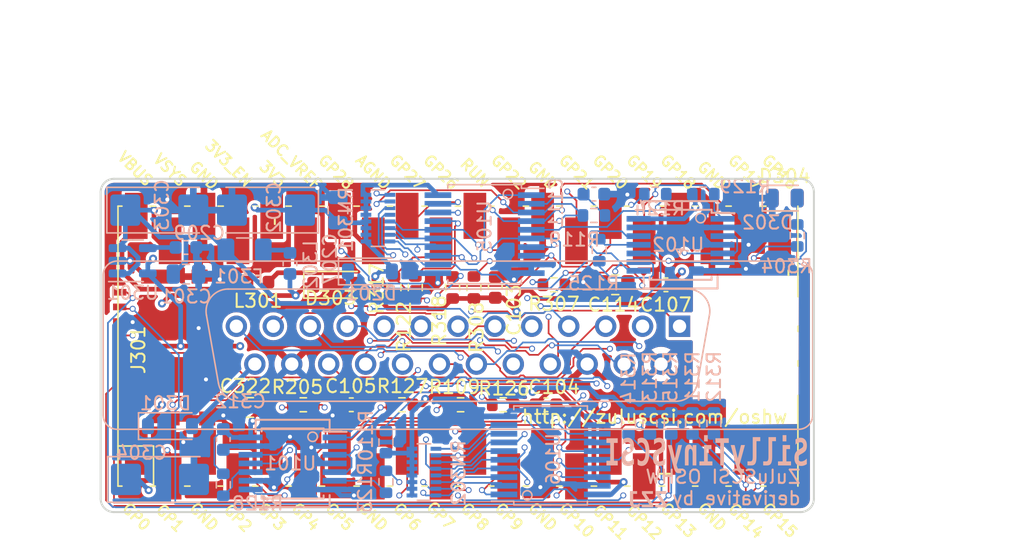
<source format=kicad_pcb>
(kicad_pcb (version 20221018) (generator pcbnew)
  (title_block (title "ZuluSCSI™ Pico OSHW") (date "2023-09-19") (rev "2023d"))
  (layers (0 "F.Cu" signal "Top") (1 "In1.Cu" signal) (2 "In2.Cu" signal) (31 "B.Cu" signal "Bottom") (35 "F.Paste" user) (36 "B.SilkS" user "B.Silkscreen") (37 "F.SilkS" user "F.Silkscreen") (38 "B.Mask" user) (39 "F.Mask" user) (44 "Edge.Cuts" user))
  (property "Brand" "ZuluSCSI™")
  (property "Copyright" "©2023 Rabbit Hole Computing LLC")
  (property "License" "Licensed under CERN Open Hardware License Strongly Reciprocal Version 2")
  (property "LicenseURL" "https://spdx.org/licenses/CERN-OHL-S-2.0.html")
  (property "Model" "Pico OSHW")
  (property "Url" "http://zuluscsi.com/oshw")
  (net 0 "")
  (net 1 "GND")
  (net 2 "~{SCSI_DB0}")
  (net 3 "~{SCSI_DB1}")
  (net 4 "~{SCSI_DB2}")
  (net 5 "~{SCSI_DB3}")
  (net 6 "~{SCSI_DB4}")
  (net 7 "~{SCSI_DB5}")
  (net 8 "~{SCSI_DB6}")
  (net 9 "~{SCSI_DB7}")
  (net 10 "~{SCSI_DBP}")
  (net 11 "Net-(U301-BP)")
  (net 12 "TERMPWR_5V")
  (net 13 "~{SCSI_ATN}")
  (net 14 "~{SCSI_BSY}")
  (net 15 "~{SCSI_ACK}")
  (net 16 "~{SCSI_RST}")
  (net 17 "~{SCSI_MSG}")
  (net 18 "~{SCSI_SEL}")
  (net 19 "~{SCSI_REQ}")
  (net 20 "+5V")
  (net 21 "~{OUT_BSY}")
  (net 22 "~{OUT_RST}")
  (net 23 "~{OUT_SEL}")
  (net 24 "+3V0")
  (net 25 "USB_VCC")
  (net 26 "Net-(D302-A)")
  (net 27 "~{RC_ACK}")
  (net 28 "Net-(F301-Pad1)")
  (net 29 "~{SCSI_IO}")
  (net 30 "~{SCSI_CD}")
  (net 31 "/power/5V_IN")
  (net 32 "/cpu/SDIO_D1")
  (net 33 "/cpu/SDIO_D0")
  (net 34 "/cpu/SDIO_CLK")
  (net 35 "/cpu/SDIO_CMD")
  (net 36 "/cpu/SDIO_D3")
  (net 37 "/cpu/SDIO_D2")
  (net 38 "Net-(U105-B1)")
  (net 39 "/cpu/GPIO_RST")
  (net 40 "~{GPIO_IO}")
  (net 41 "~{GPIO_ACK}")
  (net 42 "/cpu/LED_SWO")
  (net 43 "Net-(R124-Pad2)")
  (net 44 "~{GPIO_DBP}")
  (net 45 "Net-(R125-Pad1)")
  (net 46 "~{DBGLOG}")
  (net 48 "~{IN_RST}")
  (net 49 "~{GPIO_DB0}")
  (net 50 "~{GPIO_DB1}")
  (net 51 "~{GPIO_DB2}")
  (net 52 "~{GPIO_DB3}")
  (net 53 "~{GPIO_DB4}")
  (net 54 "~{GPIO_DB5}")
  (net 55 "~{GPIO_DB6}")
  (net 56 "~{GPIO_DB7}")
  (net 60 "~{GPIO_MSG_BSY}")
  (net 61 "~{GPIO_CD_SEL}")
  (net 63 "~{GPIO_ATN}")
  (net 64 "~{DATA_DIR}")
  (net 65 "Net-(R123-Pad2)")
  (net 66 "/cpu/VBUS")
  (footprint "Capacitor_SMD:C_0603_1608Metric" (layer "F.Cu") (at 141.4 67.2)
    (fp_text reference "C104")
    (fp_text value "100nF")
  )
  (footprint "Resistor_SMD:R_0603_1608Metric" (layer "F.Cu") (at 135 67.2)
    (fp_text reference "R109")
    (fp_text value "110")
  )
  (footprint "Capacitor_SMD:C_0603_1608Metric" (layer "F.Cu") (at 126.8 67.2)
    (fp_text reference "C105")
    (fp_text value "100nF")
  )
  (footprint "Capacitor_SMD:C_0805_2012Metric" (layer "F.Cu") (at 146.6 58.2 180)
    (fp_text reference "C114")
    (fp_text value "10uF")
  )
  (footprint "Capacitor_SMD:C_0805_2012Metric" (layer "F.Cu") (at 119.2 67.4)
    (fp_text reference "C322")
    (fp_text value "10uF")
  )
  (footprint "Inductor_SMD:L_0603_1608Metric" (layer "F.Cu") (at 119.8 58)
    (fp_text reference "L301")
    (fp_text value "Ferrite_Bead_Small")
  )
  (footprint "Capacitor_SMD:C_0603_1608Metric" (layer "F.Cu") (at 137.6 58.4 90)
    (fp_text reference "C103")
    (fp_text value "100nF")
  )
  (footprint "Capacitor_SMD:C_0603_1608Metric" (layer "F.Cu") (at 150.4 58.2)
    (fp_text reference "C107")
    (fp_text value "100nF")
  )
  (footprint "Resistor_SMD:R_0603_1608Metric" (layer "F.Cu") (at 131.6 58.4 -90)
    (fp_text reference "R122")
    (fp_text value "1k")
  )
  (footprint "Resistor_SMD:R_0603_1608Metric" (layer "F.Cu") (at 138.2 67.2 180)
    (fp_text reference "R126")
    (fp_text value "4k7")
  )
  (footprint "Resistor_SMD:R_0603_1608Metric" (layer "F.Cu") (at 130.6 67.2 180)
    (fp_text reference "R127")
    (fp_text value "4k7")
  )
  (footprint "Resistor_SMD:R_0603_1608Metric" (layer "F.Cu") (at 123.2 67.2)
    (fp_text reference "R205")
    (fp_text value "4k7")
  )
  (footprint "Resistor_SMD:R_0603_1608Metric" (layer "F.Cu") (at 130 58.4 -90)
    (fp_text reference "R317")
    (fp_text value "1k")
  )
  (footprint "Resistor_SMD:R_0603_1608Metric" (layer "F.Cu") (at 136 58.4 90)
    (fp_text reference "R308")
    (fp_text value "4k7")
  )
  (footprint "Resistor_SMD:R_0603_1608Metric" (layer "F.Cu") (at 142 58.2 180)
    (fp_text reference "R307")
    (fp_text value "4k7")
  )
  (footprint "LED_SMD:LED_0805_2012Metric" (layer "F.Cu") (at 159.3125 51.7)
    (fp_text reference "D304")
    (fp_text value "LED")
  )
  (footprint "Diode_SMD:D_SOD-123" (layer "F.Cu") (at 125.6 58.2)
    (fp_text reference "D303")
    (fp_text value "D_Schottky")
  )
  (footprint "MicroSD:microsd_molex_1051620001" (layer "F.Cu") (at 113 62.8 -90)
    (fp_text reference "J301")
    (fp_text value "Micro_SD_Card_Det1")
  )
  (footprint "Resistor_SMD:R_0603_1608Metric" (layer "F.Cu") (at 134.4 58.4 90)
    (fp_text reference "R318")
    (fp_text value "4k7")
  )
  (footprint "MCU_RaspberryPi_and_Boards:RPi_Pico_W_SMD headers" (layer "F.Cu") (at 134.8 62.8 90)
    (fp_text reference "U1" hide)
    (fp_text value "Pico W")
  )
  (footprint "Resistor_SMD:R_0603_1608Metric" (layer "B.Cu") (at 160.25 54.5 -90)
    (fp_text reference "R304")
    (fp_text value "51")
  )
  (footprint "Resistor_SMD:R_0603_1608Metric" (layer "B.Cu") (at 129.4 70 -90)
    (fp_text reference "R110")
    (fp_text value "110")
  )
  (footprint "Capacitor_SMD:C_0603_1608Metric" (layer "B.Cu") (at 117.2 69.8 90)
    (fp_text reference "C312")
    (fp_text value "100nF")
  )
  (footprint "Resistor_SMD:R_0603_1608Metric" (layer "B.Cu") (at 145 53)
    (fp_text reference "R119")
    (fp_text value "110")
  )
  (footprint "LED_SMD:LED_0805_2012Metric" (layer "B.Cu") (at 159.3125 51.7)
    (fp_text reference "D302")
    (fp_text value "LED")
  )
  (footprint "Capacitor_SMD:C_0805_2012Metric" (layer "B.Cu") (at 125.8 52.6 90)
    (fp_text reference "C207")
    (fp_text value "10uF")
  )
  (footprint "Capacitor_SMD:C_0603_1608Metric" (layer "B.Cu") (at 145 51.4)
    (fp_text reference "C111")
    (fp_text value "12pF")
  )
  (footprint "Capacitor_SMD:C_0603_1608Metric" (layer "B.Cu") (at 114.4 55.4)
    (fp_text reference "C209")
    (fp_text value "470pf")
  )
  (footprint "Diode_SMD:D_SOD-123" (layer "B.Cu") (at 128.2 57.2)
    (fp_text reference "D201")
    (fp_text value "D_Schottky")
  )
  (footprint "Resistor_SMD:R_0603_1608Metric" (layer "B.Cu") (at 152.4 68.6 90)
    (fp_text reference "R311")
    (fp_text value "4k7")
  )
  (footprint "Resistor_SMD:R_0603_1608Metric" (layer "B.Cu") (at 154 68.6 90)
    (fp_text reference "R312")
    (fp_text value "4k7")
  )
  (footprint "Resistor_SMD:R_0603_1608Metric" (layer "B.Cu") (at 149.2 68.6 90)
    (fp_text reference "R313")
    (fp_text value "4k7")
  )
  (footprint "Resistor_SMD:R_0603_1608Metric" (layer "B.Cu") (at 150.8 68.6 90)
    (fp_text reference "R315")
    (fp_text value "4k7")
  )
  (footprint "Resistor_SMD:R_0603_1608Metric" (layer "B.Cu") (at 147.6 68.6 90)
    (fp_text reference "R314")
    (fp_text value "4k7")
  )
  (footprint "Resistor_SMD:R_0603_1608Metric" (layer "B.Cu") (at 129.4 72.975 -90)
    (fp_text reference "R123")
    (fp_text value "1k")
  )
  (footprint "Resistor_SMD:R_0603_1608Metric" (layer "B.Cu") (at 149.6 51.4 180)
    (fp_text reference "R124")
    (fp_text value "1k")
  )
  (footprint "Resistor_SMD:R_0603_1608Metric" (layer "B.Cu") (at 145.4 55.6 -90)
    (fp_text reference "R125")
    (fp_text value "1k")
  )
  (footprint "Resistor_SMD:R_0603_1608Metric" (layer "B.Cu") (at 117.2 73.2 -90)
    (fp_text reference "R128")
    (fp_text value "4k7")
  )
  (footprint "Resistor_SMD:R_0603_1608Metric" (layer "B.Cu") (at 153.2 51.4)
    (fp_text reference "R129")
    (fp_text value "4k7")
  )
  (footprint "ZuluSCSI:SSOP_TSSOP-14_4.4x5mm_Pitch0.65mm_PCBWay-MaskClearance0.22mm" (layer "B.Cu") (at 122.4 71.6 180)
    (fp_text reference "U101")
    (fp_text value "74LVT125")
  )
  (footprint "ZuluSCSI:SSOP_TSSOP-20_5.3x7.2mm_P0.65mm" (layer "B.Cu") (at 136.8 54.4 180)
    (fp_text reference "U105")
    (fp_text value "74LVT245")
  )
  (footprint "ZuluSCSI:SSOP_TSSOP-20_5.3x7.2mm_P0.65mm" (layer "B.Cu") (at 141.75 71)
    (fp_text reference "U106")
    (fp_text value "74LVT245")
  )
  (footprint "Inductor_SMD:L_0603_1608Metric" (layer "B.Cu") (at 122.2 56.6 -90)
    (fp_text reference "L302")
    (fp_text value "Ferrite_Bead_Small")
  )
  (footprint "ZuluSCSI:DSUB-25_Male_Vertical_Small Courtyard" (layer "B.Cu") (at 151.42 61.309669 180)
    (fp_text reference "J302" hide)
    (fp_text value "DB25_Plug")
  )
  (footprint "Diode_SMD:D_SOD-123" (layer "B.Cu") (at 113.2 68.8)
    (fp_text reference "D301")
    (fp_text value "D_Schottky")
  )
  (footprint "Capacitor_Tantalum_SMD:CP_EIA-6032-15_Kemet-U_Pad2.25x2.35mm_HandSolder" (layer "B.Cu") (at 112.4 52.6)
    (fp_text reference "C303")
    (fp_text value "220uF")
  )
  (footprint "Capacitor_SMD:C_0805_2012Metric" (layer "B.Cu") (at 114.4 57.4)
    (fp_text reference "C301")
    (fp_text value "10uF")
  )
  (footprint "Package_TO_SOT_SMD:SOT-23-5" (layer "B.Cu") (at 110.4 56.4)
    (fp_text reference "U301")
    (fp_text value "MIC5219-2.85YM5")
  )
  (footprint "Resistor_SMD:R_Array_Convex_8x0602" (layer "B.Cu") (at 128.8 53.2)
    (fp_text reference "RN301")
    (fp_text value "120")
  )
  (footprint "Capacitor_Tantalum_SMD:CP_EIA-6032-15_Kemet-U_Pad2.25x2.35mm_HandSolder" (layer "B.Cu") (at 112.45 72.8)
    (fp_text reference "C304")
    (fp_text value "220uF")
  )
  (footprint "Capacitor_Tantalum_SMD:CP_EIA-6032-15_Kemet-U_Pad2.25x2.35mm_HandSolder" (layer "B.Cu") (at 120.4 52.6 180)
    (fp_text reference "C302")
    (fp_text value "220uF")
  )
  (footprint "Resistor_SMD:R_Array_Convex_8x0602" (layer "B.Cu") (at 132.25 72.25 180)
    (fp_text reference "RN302")
    (fp_text value "120")
  )
  (footprint "ZuluSCSI:SSOP_TSSOP-14_4.4x5mm_Pitch0.65mm_PCBWay-MaskClearance0.22mm" (layer "B.Cu") (at 151.5 55.2 180)
    (fp_text reference "U102")
    (fp_text value "74LVT125")
  )
  (footprint "Fuse:Fuse_1206_3216Metric" (layer "B.Cu") (at 118.8 55.6 180)
    (fp_text reference "F301")
    (fp_text value "500mA Hold")
  )
  (gr_line (start 150.705 72.375) (end 149.925 72.375) (stroke (width 0.15)) (layer "F.SilkS"))
  (gr_line (start 121.065 53.245) (end 121.065 53.645) (stroke (width 0.15)) (layer "F.SilkS"))
  (gr_line (start 159.588629 57.475) (end 159.588629 57.115) (stroke (width 0.15)) (layer "F.SilkS"))
  (gr_arc (start 160.499999 50.25) (mid 161.207106 50.542893) (end 161.499999 51.25) (stroke (width 0.15)) (layer "Edge.Cuts"))
  (gr_line (start 108 51.25) (end 108.000001 74.250001) (stroke (width 0.15)) (layer "Edge.Cuts"))
  (gr_arc (start 108 51.25) (mid 108.292893 50.542893) (end 109 50.25) (stroke (width 0.15)) (layer "Edge.Cuts"))
  (gr_line (start 161.499999 74.249999) (end 161.5 51.25) (stroke (width 0.15)) (layer "Edge.Cuts"))
  (gr_arc (start 109.000001 75.250001) (mid 108.292894 74.957108) (end 108.000001 74.250001) (stroke (width 0.15)) (layer "Edge.Cuts"))
  (gr_line (start 109 50.249999) (end 160.499999 50.25) (stroke (width 0.15)) (layer "Edge.Cuts"))
  (gr_line (start 160.5 75.25) (end 109.000001 75.250001) (stroke (width 0.15)) (layer "Edge.Cuts"))
  (gr_arc (start 161.499999 74.249999) (mid 161.207106 74.957106) (end 160.499999 75.249999) (stroke (width 0.15)) (layer "Edge.Cuts"))
  (gr_text "ZZJ	" (at 150.55 74.4) (layer "B.SilkS") (effects (font (size 1.2 1.2) (thickness 0.3) bold) (justify left mirror)))
  (gr_text "SillyTinySCSI\n\n" (at 161.1 72.6) (layer "B.SilkS") (effects (font (size 2 1.4) (thickness 0.3) bold) (justify left mirror)))
  (gr_text "ZuluSCSI OSHW\nderivative by" (at 160.6 74.8) (layer "B.SilkS") (effects (font (size 1 1) (thickness 0.153)) (justify left bottom mirror)))
  (gr_text "${Url}" (at 149.55 68.1) (layer "F.SilkS") (effects (font (size 1 1) (thickness 0.153))))
  (segment (start 109.43 60.96) (end 110.36 60.96) (width 0.35) (layer "F.Cu") (net 1))
  (segment (start 126.827094 50.94) (end 124.25 50.94) (width 0.35) (layer "F.Cu") (net 1))
  (segment (start 138.825 57.625) (end 139 57.8) (width 0.35) (layer "F.Cu") (net 1))
  (segment (start 141.4 72.961816) (end 140.980908 73.380908) (width 0.35) (layer "F.Cu") (net 1))
  (segment (start 110.36 60.96) (end 110.4 61) (width 0.35) (layer "F.Cu") (net 1))
  (segment (start 137.6 57.625) (end 138.825 57.625) (width 0.35) (layer "F.Cu") (net 1))
  (segment (start 113.64 51.8) (end 115.75 53.91) (width 0.35) (layer "F.Cu") (net 1))
  (segment (start 144.4 58.2) (end 144.2 58) (width 0.35) (layer "F.Cu") (net 1))
  (segment (start 117.8 67.4) (end 117.2 68) (width 0.35) (layer "F.Cu") (net 1))
  (segment (start 115.99 68.23) (end 113.39 68.23) (width 0.35) (layer "F.Cu") (net 1))
  (segment (start 156.6 55.4) (end 155.7 56.3) (width 0.35) (layer "F.Cu") (net 1))
  (segment (start 156.761827 55.625) (end 156.4 55.986827) (width 0.35) (layer "F.Cu") (net 1))
  (segment (start 115.42 57.585) (end 112.235 57.585) (width 0.35) (layer "F.Cu") (net 1))
  (segment (start 142.825 58.2) (end 144 58.2) (width 0.35) (layer "F.Cu") (net 1))
  (segment (start 118.25 67.4) (end 117.8 67.4) (width 0.35) (layer "F.Cu") (net 1))
  (segment (start 113 51.8) (end 113.64 51.8) (width 0.35) (layer "F.Cu") (net 1))
  (segment (start 129.715 59.225) (end 129.1 58.61) (width 0.35) (layer "F.Cu") (net 1))
  (segment (start 145.65 58.2) (end 144.4 58.2) (width 0.35) (layer "F.Cu") (net 1))
  (segment (start 111.387 57.585) (end 110.202 56.4) (width 0.35) (layer "F.Cu") (net 1))
  (segment (start 155.2 55.8) (end 155.7 56.3) (width 0.35) (layer "F.Cu") (net 1))
  (segment (start 116.93 57.79) (end 115.625 57.79) (width 0.35) (layer "F.Cu") (net 1))
  (segment (start 126.775 68) (end 125.4 68) (width 0.35) (layer "F.Cu") (net 1))
  (segment (start 115.42 54.24) (end 115.42 57.585) (width 0.35) (layer "F.Cu") (net 1))
  (segment (start 153.85 55.8) (end 155.2 55.8) (width 0.35) (layer "F.Cu") (net 1))
  (segment (start 155.7 56.3) (end 156.4 57) (width 0.35) (layer "F.Cu") (net 1))
  (segment (start 157.778 52.297) (end 157.778 55.022) (width 0.35) (layer "F.Cu") (net 1))
  (segment (start 114.2 70) (end 115.6 70) (width 0.35) (layer "F.Cu") (net 1))
  (segment (start 157.175 55.625) (end 156.761827 55.625) (width 0.35) (layer "F.Cu") (net 1))
  (segment (start 144 58.2) (end 144.2 58) (width 0.35) (layer "F.Cu") (net 1))
  (segment (start 128.45 72.55) (end 127 74) (width 0.35) (layer "F.Cu") (net 1))
  (segment (start 127.575 67.2) (end 126.775 68) (width 0.35) (layer "F.Cu") (net 1))
  (segment (start 118.25 67.4) (end 116.82 67.4) (width 0.35) (layer "F.Cu") (net 1))
  (segment (start 127.062 54.412) (end 127.062 51.174906) (width 0.35) (layer "F.Cu") (net 1))
  (segment (start 156.4 55.986827) (end 156.4 57) (width 0.35) (layer "F.Cu") (net 1))
  (segment (start 116.82 67.4) (end 115.99 68.23) (width 0.35) (layer "F.Cu") (net 1))
  (segment (start 158.375 51.7) (end 157.778 52.297) (width 0.35) (layer "F.Cu") (net 1))
  (segment (start 127.062 51.174906) (end 126.827094 50.94) (width 0.35) (layer "F.Cu") (net 1))
  (segment (start 156.6 55.2) (end 156.6 55.4) (width 0.35) (layer "F.Cu") (net 1))
  (segment (start 128.45 55.8) (end 127.062 54.412) (width 0.35) (layer "F.Cu") (net 1))
  (segment (start 157.778 55.022) (end 157.175 55.625) (width 0.35) (layer "F.Cu") (net 1))
  (segment (start 142.4 67.2) (end 143.4 68.2) (width 0.35) (layer "F.Cu") (net 1))
  (segment (start 141.4 70.05) (end 141.4 72.961816) (width 0.35) (layer "F.Cu") (net 1))
  (via (at 117.2 68) (size 0.6) (drill 0.3) (layers "F.Cu" "B.Cu") (net 1))
  (via (at 110.202 56.4) (size 0.6) (drill 0.3) (layers "F.Cu" "B.Cu") (net 1))
  (via (at 129.1 58.61) (size 0.6) (drill 0.3) (layers "F.Cu" "B.Cu") (net 1))
  (via (at 139.160719 66.138671) (size 0.6) (drill 0.3) (layers "F.Cu" "B.Cu") (net 1))
  (via (at 125.4 68) (size 0.6) (drill 0.3) (layers "F.Cu" "B.Cu") (net 1))
  (via (at 143.4 68.2) (size 0.6) (drill 0.3) (layers "F.Cu" "B.Cu") (net 1))
  (via (at 110.4 61) (size 0.6) (drill 0.3) (layers "F.Cu" "B.Cu") (net 1))
  (via (at 123.8 70.4) (size 0.6) (drill 0.3) (layers "F.Cu" "B.Cu") (net 1))
  (via (at 124.25 50.94) (size 0.6) (drill 0.3) (layers "F.Cu" "B.Cu") (net 1))
  (via (at 127 74) (size 0.6) (drill 0.3) (layers "F.Cu" "B.Cu") (net 1))
  (via (at 139 57.8) (size 0.6) (drill 0.3) (layers "F.Cu" "B.Cu") (net 1))
  (via (at 156.4 57) (size 0.6) (drill 0.3) (layers "F.Cu" "B.Cu") (net 1))
  (via (at 147.5065 51.434871) (size 0.6) (drill 0.3) (layers "F.Cu" "B.Cu") (net 1))
  (via (at 115.9 65.3) (size 0.45) (drill 0.3) (layers "F.Cu" "B.Cu") (net 1))
  (via (at 113 51.8) (size 0.6) (drill 0.3) (layers "F.Cu" "B.Cu") (net 1))
  (via (at 140.980908 73.380908) (size 0.6) (drill 0.3) (layers "F.Cu" "B.Cu") (net 1))
  (via (at 122.2 69.6) (size 0.6) (drill 0.3) (layers "F.Cu" "B.Cu") (net 1))
  (via (at 114.2 70) (size 0.6) (drill 0.3) (layers "F.Cu" "B.Cu") (net 1))
  (via (at 144.2 58) (size 0.6) (drill 0.3) (layers "F.Cu" "B.Cu") (net 1))
  (via (at 121 73.4) (size 0.6) (drill 0.3) (layers "F.Cu" "B.Cu") (net 1))
  (via (at 116.93 57.79) (size 0.6) (drill 0.3) (layers "F.Cu" "B.Cu") (net 1))
  (via (at 156.6 55.2) (size 0.6) (drill 0.3) (layers "F.Cu" "B.Cu") (net 1))
  (via (at 133.29 58.06) (size 0.45) (drill 0.3) (layers "F.Cu" "B.Cu") (net 1))
  (via (at 115.35 61.45) (size 0.45) (drill 0.3) (layers "F.Cu" "B.Cu") (net 1))
  (segment (start 123.9 70.3) (end 123.8 70.4) (width 0.35) (layer "B.Cu") (net 1))
  (segment (start 154.65 55.2) (end 153.75 55.2) (width 0.35) (layer "B.Cu") (net 1))
  (segment (start 113.8 52.6) (end 113 51.8) (width 0.35) (layer "B.Cu") (net 1))
  (segment (start 153 54.45) (end 153 53.9) (width 0.35) (layer "B.Cu") (net 1))
  (segment (start 133.3 57.325) (end 133.3 58.05) (width 0.35) (layer "B.Cu") (net 1))
  (segment (start 115.175 55.4) (end 115.175 57.225) (width 0.35) (layer "B.Cu") (net 1))
  (segment (start 114.95 52.6) (end 117.85 52.6) (width 0.35) (layer "B.Cu") (net 1))
  (segment (start 145.146 73.171) (end 141.190816 73.171) (width 0.35) (layer "B.Cu") (net 1))
  (segment (start 115 72.8) (end 115 70.8) (width 0.35) (layer "B.Cu") (net 1))
  (segment (start 124.6 50.849499) (end 124.340501 50.849499) (width 0.35) (layer "B.Cu") (net 1))
  (segment (start 117.475 70.3) (end 117.2 70.575) (width 0.35) (layer "B.Cu") (net 1))
  (segment (start 153.75 55.2) (end 153 54.45) (width 0.35) (layer "B.Cu") (net 1))
  (segment (start 119.25 70.3) (end 117.475 70.3) (width 0.35) (layer "B.Cu") (net 1))
  (segment (start 125.55 71.6) (end 124.65 71.6) (width 0.35) (layer "B.Cu") (net 1))
  (segment (start 124.65 71.6) (end 123.8 70.75) (width 0.35) (layer "B.Cu") (net 1))
  (segment (start 156.25 57.15) (end 154.65 57.15) (width 0.35) (layer "B.Cu") (net 1))
  (segment (start 115 70.8) (end 114.2 70) (width 0.35) (layer "B.Cu") (net 1))
  (segment (start 155.55 53.9) (end 156.6 54.95) (width 0.35) (layer "B.Cu") (net 1))
  (segment (start 138.7 67.625) (end 142.825 67.625) (width 0.35) (layer "B.Cu") (net 1))
  (segment (start 147.471629 51.4) (end 147.5065 51.434871) (width 0.35) (layer "B.Cu") (net 1))
  (segment (start 119.25 70.3) (end 121.327617 70.3) (width 0.35) (layer "B.Cu") (net 1))
  (segment (start 154.65 53.9) (end 156.175 53.9) (width 0.35) (layer "B.Cu") (net 1))
  (segment (start 123.8 70.75) (end 123.8 70.4) (width 0.35) (layer "B.Cu") (net 1))
  (segment (start 156.4 57) (end 156.25 57.15) (width 0.35) (layer "B.Cu") (net 1))
  (segment (start 115.35 57.4) (end 116.54 57.4) (width 0.35) (layer "B.Cu") (net 1))
  (segment (start 140.3 57.325) (end 140.3 56.675) (width 0.35) (layer "B.Cu") (net 1))
  (segment (start 114.95 52.6) (end 113.8 52.6) (width 0.35) (layer "B.Cu") (net 1))
  (segment (start 116.54 57.4) (end 116.93 57.79) (width 0.35) (layer "B.Cu") (net 1))
  (segment (start 156.175 53.9) (end 158.375 51.7) (width 0.35) (layer "B.Cu") (net 1))
  (segment (start 109.2625 56.4) (end 110.202 56.4) (width 0.35) (layer "B.Cu") (net 1))
  (segment (start 126 74) (end 125.55 73.55) (width 0.35) (layer "B.Cu") (net 1))
  (segment (start 122.027617 69.6) (end 122.2 69.6) (width 0.35) (layer "B.Cu") (net 1))
  (segment (start 125.400501 51.65) (end 124.6 50.849499) (width 0.35) (layer "B.Cu") (net 1))
  (segment (start 145.775 51.4) (end 147.471629 51.4) (width 0.35) (layer "B.Cu") (net 1))
  (segment (start 124.340501 50.849499) (end 124.25 50.94) (width 0.35) (layer "B.Cu") (net 1))
  (segment (start 141.190816 73.171) (end 140.980908 73.380908) (width 0.35) (layer "B.Cu") (net 1))
  (segment (start 125.55 70.3) (end 123.9 70.3) (width 0.35) (layer "B.Cu") (net 1))
  (segment (start 119.25 72.9) (end 120.5 72.9) (width 0.35) (layer "B.Cu") (net 1))
  (segment (start 121.327617 70.3) (end 122.027617 69.6) (width 0.35) (layer "B.Cu") (net 1))
  (segment (start 148.35 53.9) (end 153 53.9) (width 0.35) (layer "B.Cu") (net 1))
  (segment (start 127 74) (end 126 74) (width 0.35) (layer "B.Cu") (net 1))
  (segment (start 154.65 53.9) (end 155.55 53.9) (width 0.35) (layer "B.Cu") (net 1))
  (segment (start 156.6 54.95) (end 156.6 55.2) (width 0.35) (layer "B.Cu") (net 1))
  (segment (start 139 57.8) (end 139.475 57.325) (width 0.35) (layer "B.Cu") (net 1))
  (segment (start 142.825 67.625) (end 143.4 68.2) (width 0.35) (layer "B.Cu") (net 1))
  (segment (start 145.25 73.275) (end 145.146 73.171) (width 0.35) (layer "B.Cu") (net 1))
  (segment (start 153 53.9) (end 154.65 53.9) (width 0.35) (layer "B.Cu") (net 1))
  (segment (start 120.5 72.9) (end 121 73.4) (width 0.35) (layer "B.Cu") (net 1))
  (segment (start 133.3 58.05) (end 133.29 58.06) (width 0.35) (layer "B.Cu") (net 1))
  (segment (start 138.25 68.075) (end 138.7 67.625) (width 0.35) (layer "B.Cu") (net 1))
  (via (at 132.2 73.8) (size 0.45) (drill 0.3) (layers "F.Cu" "B.Cu") (net 2))
  (segment (start 138.035 73.06) (end 135.084512 73.06) (width 0.127) (layer "B.Cu") (net 2))
  (segment (start 132.4 74) (end 132.2 73.8) (width 0.127) (layer "B.Cu") (net 2))
  (segment (start 134.144512 74) (end 133.15 74) (width 0.127) (layer "B.Cu") (net 2))
  (segment (start 133.15 74) (end 132.4 74) (width 0.127) (layer "B.Cu") (net 2))
  (segment (start 138.25 73.275) (end 138.035 73.06) (width 0.127) (layer "B.Cu") (net 2))
  (segment (start 135.084512 73.06) (end 134.144512 74) (width 0.127) (layer "B.Cu") (net 2))
  (via (at 132.2 73) (size 0.45) (drill 0.3) (layers "F.Cu" "B.Cu") (net 3))
  (segment (start 134.285302 73.5) (end 135.160302 72.625) (width 0.127) (layer "B.Cu") (net 3))
  (segment (start 135.160302 72.625) (end 138.25 72.625) (width 0.127) (layer "B.Cu") (net 3))
  (segment (start 132.7 73.5) (end 132.2 73) (width 0.127) (layer "B.Cu") (net 3))
  (segment (start 133.15 73.5) (end 132.7 73.5) (width 0.127) (layer "B.Cu") (net 3))
  (segment (start 133.15 73.5) (end 134.285302 73.5) (width 0.127) (layer "B.Cu") (net 3))
  (segment (start 135.610343 62.554169) (end 136.268012 61.8965) (width 0.127) (layer "F.Cu") (net 4))
  (segment (start 138.840512 62.896) (end 140.266 62.896) (width 0.127) (layer "F.Cu") (net 4))
  (segment (start 127.875 63.349669) (end 128.378169 62.8465) (width 0.127) (layer "F.Cu") (net 4))
  (segment (start 130.81729 61.9565) (end 131.414959 62.554169) (width 0.127) (layer "F.Cu") (net 4))
  (segment (start 128.378169 62.8465) (end 129.60271 62.8465) (width 0.127) (layer "F.Cu") (net 4))
  (segment (start 130.1565 62.29271) (end 130.1565 62.228012) (width 0.127) (layer "F.Cu") (net 4))
  (segment (start 127.875 64.149669) (end 127.875 63.349669) (width 0.127) (layer "F.Cu") (net 4))
  (segment (start 136.268012 61.8965) (end 136.6765 61.8965) (width 0.127) (layer "F.Cu") (net 4))
  (segment (start 130.1565 62.228012) (end 130.428012 61.9565) (width 0.127) (layer "F.Cu") (net 4))
  (segment (start 138.244681 62.300169) (end 138.840512 62.896) (width 0.127) (layer "F.Cu") (net 4))
  (segment (start 136.6765 61.8965) (end 137.080169 62.300169) (width 0.127) (layer "F.Cu") (net 4))
  (segment (start 130.428012 61.9565) (end 130.81729 61.9565) (width 0.127) (layer "F.Cu") (net 4))
  (segment (start 140.266 62.896) (end 140.36 62.99) (width 0.127) (layer "F.Cu") (net 4))
  (segment (start 137.080169 62.300169) (end 138.244681 62.300169) (width 0.127) (layer "F.Cu") (net 4))
  (segment (start 129.60271 62.8465) (end 130.1565 62.29271) (width 0.127) (layer "F.Cu") (net 4))
  (segment (start 131.414959 62.554169) (end 135.610343 62.554169) (width 0.127) (layer "F.Cu") (net 4))
  (via (at 140.36 62.99) (size 0.45) (drill 0.3) (layers "F.Cu" "B.Cu") (net 4))
  (via (at 140 73) (size 0.45) (drill 0.3) (layers "F.Cu" "B.Cu") (net 4))
  (segment (start 139.25 71.975) (end 140 72.725) (width 0.127) (layer "B.Cu") (net 4))
  (segment (start 135.01563 72.262) (end 134.27763 73) (width 0.127) (layer "B.Cu") (net 4))
  (segment (start 138.25 71.975) (end 139.25 71.975) (width 0.127) (layer "B.Cu") (net 4))
  (segment (start 134.27763 73) (end 133.15 73) (width 0.127) (layer "B.Cu") (net 4))
  (segment (start 140 72.725) (end 140 73) (width 0.127) (layer "B.Cu") (net 4))
  (segment (start 136.01563 72.262) (end 135.01563 72.262) (width 0.127) (layer "B.Cu") (net 4))
  (segment (start 136.30263 71.975) (end 136.01563 72.262) (width 0.127) (layer "B.Cu") (net 4))
  (segment (start 138.25 71.975) (end 136.30263 71.975) (width 0.127) (layer "B.Cu") (net 4))
  (via (at 139 62.4) (size 0.45) (drill 0.3) (layers "F.Cu" "B.Cu") (net 5))
  (via (at 139.8 70.4) (size 0.45) (drill 0.3) (layers "F.Cu" "B.Cu") (net 5))
  (segment (start 126.49 61.309669) (end 127.765157 61.309669) (width 0.127) (layer "B.Cu") (net 5))
  (segment (start 128.791988 62.3365) (end 129.988012 62.3365) (width 0.127) (layer "B.Cu") (net 5))
  (segment (start 129.988012 62.3365) (end 130.514512 61.81) (width 0.127) (layer "B.Cu") (net 5))
  (segment (start 133.15 72.5) (end 134.41842 72.5) (width 0.127) (layer "B.Cu") (net 5))
  (segment (start 130.514512 61.81) (end 130.954698 61.81) (width 0.127) (layer "B.Cu") (net 5))
  (segment (start 137.155488 62.4) (end 139 62.4) (width 0.127) (layer "B.Cu") (net 5))
  (segment (start 135.8565 62.308012) (end 136.268012 61.8965) (width 0.127) (layer "B.Cu") (net 5))
  (segment (start 134.41842 72.5) (end 134.91042 72.008) (width 0.127) (layer "B.Cu") (net 5))
  (segment (start 134.91042 72.008) (end 135.91042 72.008) (width 0.127) (layer "B.Cu") (net 5))
  (segment (start 139.25 71.325) (end 139.8 70.775) (width 0.127) (layer "B.Cu") (net 5))
  (segment (start 136.651988 61.8965) (end 137.155488 62.4) (width 0.127) (layer "B.Cu") (net 5))
  (segment (start 131.45271 62.308012) (end 135.8565 62.308012) (width 0.127) (layer "B.Cu") (net 5))
  (segment (start 136.268012 61.8965) (end 136.651988 61.8965) (width 0.127) (layer "B.Cu") (net 5))
  (segment (start 139.8 70.775) (end 139.8 70.4) (width 0.127) (layer "B.Cu") (net 5))
  (segment (start 136.59342 71.325) (end 138.25 71.325) (width 0.127) (layer "B.Cu") (net 5))
  (segment (start 130.954698 61.81) (end 131.45271 62.308012) (width 0.127) (layer "B.Cu") (net 5))
  (segment (start 135.91042 72.008) (end 136.59342 71.325) (width 0.127) (layer "B.Cu") (net 5))
  (segment (start 127.765157 61.309669) (end 128.791988 62.3365) (width 0.127) (layer "B.Cu") (net 5))
  (segment (start 138.25 71.325) (end 139.25 71.325) (width 0.127) (layer "B.Cu") (net 5))
  (segment (start 131.259831 65.140169) (end 126.140169 65.140169) (width 0.127) (layer "F.Cu") (net 6))
  (segment (start 131.8 64.6) (end 131.259831 65.140169) (width 0.127) (layer "F.Cu") (net 6))
  (segment (start 126.140169 65.140169) (end 125.149669 64.149669) (width 0.127) (layer "F.Cu") (net 6))
  (via (at 132.4 69.8) (size 0.45) (drill 0.3) (layers "F.Cu" "B.Cu") (net 6))
  (via (at 131.8 64.6) (size 0.45) (drill 0.3) (layers "F.Cu" "B.Cu") (net 6))
  (segment (start 132.75 72) (end 132.4 71.65) (width 0.127) (layer "B.Cu") (net 6))
  (segment (start 138.25 70.675) (end 136.88421 70.675) (width 0.127) (layer "B.Cu") (net 6))
  (segment (start 134.55921 72) (end 133.15 72) (width 0.127) (layer "B.Cu") (net 6))
  (segment (start 132.4 71.65) (end 132.4 69.8) (width 0.127) (layer "B.Cu") (net 6))
  (segment (start 133.15 72) (end 132.75 72) (width 0.127) (layer "B.Cu") (net 6))
  (segment (start 136.88421 70.675) (end 135.80521 71.754) (width 0.127) (layer "B.Cu") (net 6))
  (segment (start 135.80521 71.754) (end 134.80521 71.754) (width 0.127) (layer "B.Cu") (net 6))
  (segment (start 134.80521 71.754) (end 134.55921 72) (width 0.127) (layer "B.Cu") (net 6))
  (via (at 139.8 69.4) (size 0.45) (drill 0.3) (layers "F.Cu" "B.Cu") (net 7))
  (via (at 137.8 63.2) (size 0.45) (drill 0.3) (layers "F.Cu" "B.Cu") (net 7))
  (segment (start 135.7 71.5) (end 137.175 70.025) (width 0.127) (layer "B.Cu") (net 7))
  (segment (start 139.175 70.025) (end 139.8 69.4) (width 0.127) (layer "B.Cu") (net 7))
  (segment (start 129.3072 62.7425) (end 128.712804 62.7425) (width 0.127) (layer "B.Cu") (net 7))
  (segment (start 125.273831 62.8635) (end 123.72 61.309669) (width 0.127) (layer "B.Cu") (net 7))
  (segment (start 137.505169 62.905169) (end 129.469869 62.905169) (width 0.127) (layer "B.Cu") (net 7))
  (segment (start 129.469869 62.905169) (end 129.3072 62.7425) (width 0.127) (layer "B.Cu") (net 7))
  (segment (start 137.8 63.2) (end 137.505169 62.905169) (width 0.127) (layer "B.Cu") (net 7))
  (segment (start 128.712804 62.7425) (end 128.591804 62.8635) (width 0.127) (layer "B.Cu") (net 7))
  (segment (start 137.175 70.025) (end 138.25 70.025) (width 0.127) (layer "B.Cu") (net 7))
  (segment (start 133.15 71.5) (end 135.7 71.5) (width 0.127) (layer "B.Cu") (net 7))
  (segment (start 128.591804 62.8635) (end 125.273831 62.8635) (width 0.127) (layer "B.Cu") (net 7))
  (segment (start 128.591988 60.4635) (end 128.008012 60.4635) (width 0.127) (layer "F.Cu") (net 8))
  (segment (start 133.1705 60.3705) (end 132.400431 60.3705) (width 0.127) (layer "F.Cu") (net 8))
  (segment (start 133.4 60.6) (end 133.1705 60.3705) (width 0.127) (layer "F.Cu") (net 8))
  (segment (start 132.349101 60.319169) (end 128.736319 60.319169) (width 0.127) (layer "F.Cu") (net 8))
  (segment (start 128.736319 60.319169) (end 128.591988 60.4635) (width 0.127) (layer "F.Cu") (net 8))
  (segment (start 121.9405 60.319169) (end 120.95 61.309669) (width 0.127) (layer "F.Cu") (net 8))
  (segment (start 132.400431 60.3705) (end 132.349101 60.319169) (width 0.127) (layer "F.Cu") (net 8))
  (segment (start 127.863681 60.319169) (end 121.9405 60.319169) (width 0.127) (layer "F.Cu") (net 8))
  (segment (start 128.008012 60.4635) (end 127.863681 60.319169) (width 0.127) (layer "F.Cu") (net 8))
  (via (at 134.8 71) (size 0.45) (drill 0.3) (layers "F.Cu" "B.Cu") (net 8))
  (via (at 133.4 60.6) (size 0.45) (drill 0.3) (layers "F.Cu" "B.Cu") (net 8))
  (segment (start 138.25 69.375) (end 137.124802 69.375) (width 0.127) (layer "B.Cu") (net 8))
  (segment (start 133.15 71) (end 134.8 71) (width 0.127) (layer "B.Cu") (net 8))
  (segment (start 137.124802 69.375) (end 135.499802 71) (width 0.127) (layer "B.Cu") (net 8))
  (segment (start 135.499802 71) (end 134.8 71) (width 0.127) (layer "B.Cu") (net 8))
  (via (at 135 63.650002) (size 0.45) (drill 0.3) (layers "F.Cu" "B.Cu") (net 9))
  (via (at 134.6 70.2) (size 0.45) (drill 0.3) (layers "F.Cu" "B.Cu") (net 9))
  (segment (start 133.15 70.5) (end 135.640592 70.5) (width 0.127) (layer "B.Cu") (net 9))
  (segment (start 118.18 61.309669) (end 119.988343 63.118012) (width 0.127) (layer "B.Cu") (net 9))
  (segment (start 134.3 70.5) (end 134.6 70.2) (width 0.127) (layer "B.Cu") (net 9))
  (segment (start 130.197003 63.204) (end 130.241834 63.159169) (width 0.127) (layer "B.Cu") (net 9))
  (segment (start 129.20199 62.9965) (end 129.40949 63.204) (width 0.127) (layer "B.Cu") (net 9))
  (segment (start 128.696502 63.118012) (end 128.818014 62.9965) (width 0.127) (layer "B.Cu") (net 9))
  (segment (start 134.509167 63.159169) (end 135 63.650002) (width 0.127) (layer "B.Cu") (net 9))
  (segment (start 119.988343 63.118012) (end 128.696502 63.118012) (width 0.127) (layer "B.Cu") (net 9))
  (segment (start 129.40949 63.204) (end 130.197003 63.204) (width 0.127) (layer "B.Cu") (net 9))
  (segment (start 130.241834 63.159169) (end 134.509167 63.159169) (width 0.127) (layer "B.Cu") (net 9))
  (segment (start 133.15 70.5) (end 134.3 70.5) (width 0.127) (layer "B.Cu") (net 9))
  (segment (start 135.640592 70.5) (end 137.415592 68.725) (width 0.127) (layer "B.Cu") (net 9))
  (segment (start 128.818014 62.9965) (end 129.20199 62.9965) (width 0.127) (layer "B.Cu") (net 9))
  (segment (start 139.710428 65.357543) (end 139.710425 65.357543) (width 0.127) (layer "F.Cu") (net 10))
  (segment (start 139.747051 65.394169) (end 139.710428 65.357543) (width 0.127) (layer "F.Cu") (net 10))
  (segment (start 139.710425 65.357543) (end 139.608382 65.2555) (width 0.127) (layer "F.Cu") (net 10))
  (segment (start 143.464 64.28521) (end 142.355041 65.394169) (width 0.127) (layer "F.Cu") (net 10))
  (segment (start 139.602045 65.2555) (end 139.463376 65.394169) (width 0.127) (layer "F.Cu") (net 10))
  (segment (start 135.9175 65.302802) (end 134.764367 64.149669) (width 0.127) (layer "F.Cu") (net 10))
  (segment (start 133.6 67.2) (end 133.2 67.6) (width 0.127) (layer "F.Cu") (net 10))
  (segment (start 144.18879 63) (end 143.464 63.72479) (width 0.127) (layer "F.Cu") (net 10))
  (segment (start 135.9175 65.3875) (end 135.9175 65.302802) (width 0.127) (layer "F.Cu") (net 10))
  (segment (start 134.175 67.2) (end 133.6 67.2) (width 0.127) (layer "F.Cu") (net 10))
  (segment (start 134.764367 64.149669) (end 133.415 64.149669) (width 0.127) (layer "F.Cu") (net 10))
  (segment (start 142.355041 65.394169) (end 139.747051 65.394169) (width 0.127) (layer "F.Cu") (net 10))
  (segment (start 139.463376 65.394169) (end 135.924169 65.394169) (width 0.127) (layer "F.Cu") (net 10))
  (segment (start 146.2 63) (end 144.18879 63) (width 0.127) (layer "F.Cu") (net 10))
  (segment (start 135.924169 65.394169) (end 135.9175 65.3875) (width 0.127) (layer "F.Cu") (net 10))
  (segment (start 143.464 63.72479) (end 143.464 64.28521) (width 0.127) (layer "F.Cu") (net 10))
  (segment (start 139.608382 65.2555) (end 139.602045 65.2555) (width 0.127) (layer "F.Cu") (net 10))
  (via (at 146.6 57.2) (size 0.45) (drill 0.3) (layers "F.Cu" "B.Cu") (net 10))
  (via (at 146.2 63) (size 0.45) (drill 0.3) (layers "F.Cu" "B.Cu") (net 10))
  (via (at 133.2 67.6) (size 0.45) (drill 0.3) (layers "F.Cu" "B.Cu") (net 10))
  (segment (start 146.6 57) (end 146.6 57.2) (width 0.127) (layer "B.Cu") (net 10))
  (segment (start 144.7345 54.2655) (end 144.7345 55.3345) (width 0.127) (layer "B.Cu") (net 10))
  (segment (start 148.35 54.55) (end 147.45 54.55) (width 0.127) (layer "B.Cu") (net 10))
  (segment (start 144.8155 54.1845) (end 144.7345 54.2655) (width 0.127) (layer "B.Cu") (net 10))
  (segment (start 144.7345 55.3345) (end 145.2345 55.8345) (width 0.127) (layer "B.Cu") (net 10))
  (segment (start 146.300092 55.8345) (end 147.032796 56.567204) (width 0.127) (layer "B.Cu") (net 10))
  (segment (start 147.45 54.55) (end 147.0845 54.1845) (width 0.127) (layer "B.Cu") (net 10))
  (segment (start 147.032796 56.567204) (end 147.615592 57.15) (width 0.127) (layer "B.Cu") (net 10))
  (segment (start 147.032796 56.567204) (end 146.6 57) (width 0.127) (layer "B.Cu") (net 10))
  (segment (start 147.0845 54.1845) (end 144.8155 54.1845) (width 0.127) (layer "B.Cu") (net 10))
  (segment (start 145.2345 55.8345) (end 146.300092 55.8345) (width 0.127) (layer "B.Cu") (net 10))
  (segment (start 113.625 55.4) (end 111.5875 55.4) (width 0.35) (layer "B.Cu") (net 11))
  (segment (start 119.565 64.149669) (end 114.914669 68.8) (width 0.35) (layer "B.Cu") (net 12))
  (segment (start 141.6 60.6) (end 141.6 61.834512) (width 0.127) (layer "F.Cu") (net 13))
  (segment (start 142.3135 62.548012) (end 142.3135 63.561169) (width 0.127) (layer "F.Cu") (net 13))
  (segment (start 141.6 61.834512) (end 142.3135 62.548012) (width 0.127) (layer "F.Cu") (net 13))
  (segment (start 142.3135 63.561169) (end 141.725 64.149669) (width 0.127) (layer "F.Cu") (net 13))
  (via (at 141.6 60.6) (size 0.45) (drill 0.3) (layers "F.Cu" "B.Cu") (net 13))
  (via (at 142 55.2) (size 0.45) (drill 0.3) (layers "F.Cu" "B.Cu") (net 13))
  (via (at 144.2 66.5) (size 0.45) (drill 0.3) (layers "F.Cu" "B.Cu") (net 13))
  (segment (start 140.3 55.375) (end 141.825 55.375) (width 0.127) (layer "B.Cu") (net 13))
  (segment (start 143.636498 67.063502) (end 144.2 66.5) (width 0.127) (layer "B.Cu") (net 13))
  (segment (start 135.610891 66.266381) (end 136.408012 67.063502) (width 0.127) (layer "B.Cu") (net 13))
  (segment (start 141.825 55.375) (end 142 55.2) (width 0.127) (layer "B.Cu") (net 13))
  (segment (start 129.4 69.175) (end 129.4 68.775) (width 0.127) (layer "B.Cu") (net 13))
  (segment (start 129.4 68.775) (end 131.908619 66.266381) (width 0.127) (layer "B.Cu") (net 13))
  (segment (start 131.908619 66.266381) (end 135.610891 66.266381) (width 0.127) (layer "B.Cu") (net 13))
  (segment (start 136.408012 67.063502) (end 143.636498 67.063502) (width 0.127) (layer "B.Cu") (net 13))
  (segment (start 136.300331 61.309669) (end 135.309831 62.300169) (width 0.127) (layer "F.Cu") (net 14))
  (segment (start 137.57 61.309669) (end 136.300331 61.309669) (width 0.127) (layer "F.Cu") (net 14))
  (segment (start 131.520169 62.300169) (end 130.9225 61.7025) (width 0.127) (layer "F.Cu") (net 14))
  (segment (start 130.9225 61.7025) (end 130.322802 61.7025) (width 0.127) (layer "F.Cu") (net 14))
  (segment (start 130.322802 61.7025) (end 129.625302 62.4) (width 0.127) (layer "F.Cu") (net 14))
  (segment (start 129.625302 62.4) (end 128.2 62.4) (width 0.127) (layer "F.Cu") (net 14))
  (segment (start 135.309831 62.300169) (end 131.520169 62.300169) (width 0.127) (layer "F.Cu") (net 14))
  (via (at 129.94 55.98) (size 0.45) (drill 0.3) (layers "F.Cu" "B.Cu") (net 14))
  (via (at 128.2 62.4) (size 0.45) (drill 0.3) (layers "F.Cu" "B.Cu") (net 14))
  (via (at 127.2 70.4) (size 0.45) (drill 0.3) (layers "F.Cu" "B.Cu") (net 14))
  (segment (start 128.8555 52.8945) (end 128.8555 55.284118) (width 0.127) (layer "B.Cu") (net 14))
  (segment (start 125.55 72.25) (end 126.45 72.25) (width 0.127) (layer "B.Cu") (net 14))
  (segment (start 128.8555 55.284118) (end 129.491382 55.92) (width 0.127) (layer "B.Cu") (net 14))
  (segment (start 129.491382 55.92) (end 129.88 55.92) (width 0.127) (layer "B.Cu") (net 14))
  (segment (start 125.55 70.95) (end 126.65 70.95) (width 0.127) (layer "B.Cu") (net 14))
  (segment (start 129.7 52.45) (end 129.3 52.45) (width 0.127) (layer "B.Cu") (net 14))
  (segment (start 126.55 70.95) (end 125.55 70.95) (width 0.127) (layer "B.Cu") (net 14))
  (segment (start 126.8155 71.8845) (end 126.8155 71.2155) (width 0.127) (layer "B.Cu") (net 14))
  (segment (start 129.3 52.45) (end 128.8555 52.8945) (width 0.127) (layer "B.Cu") (net 14))
  (segment (start 126.45 72.25) (end 126.8155 71.8845) (width 0.127) (layer "B.Cu") (net 14))
  (segment (start 126.65 70.95) (end 127.2 70.4) (width 0.127) (layer "B.Cu") (net 14))
  (segment (start 126.8155 71.2155) (end 126.55 70.95) (width 0.127) (layer "B.Cu") (net 14))
  (segment (start 129.88 55.92) (end 129.94 55.98) (width 0.127) (layer "B.Cu") (net 14))
  (segment (start 129.7305 51.1095) (end 128.7 52.14) (width 0.127) (layer "F.Cu") (net 15))
  (segment (start 138.2 52) (end 137.3095 51.1095) (width 0.127) (layer "F.Cu") (net 15))
  (segment (start 137.3095 51.1095) (end 129.7305 51.1095) (width 0.127) (layer "F.Cu") (net 15))
  (via (at 128.7 52.14) (size 0.45) (drill 0.3) (layers "F.Cu" "B.Cu") (net 15))
  (via (at 142.4 53.4) (size 0.45) (drill 0.3) (layers "F.Cu" "B.Cu") (net 15))
  (via (at 138.2 52) (size 0.45) (drill 0.3) (layers "F.Cu" "B.Cu") (net 15))
  (segment (start 142.4 53.4) (end 142.455488 53.4) (width 0.127) (layer "B.Cu") (net 15))
  (segment (start 142.455488 53.4) (end 142.855488 53) (width 0.127) (layer "B.Cu") (net 15))
  (segment (start 128.89 51.95) (end 128.7 52.14) (width 0.127) (layer "B.Cu") (net 15))
  (segment (start 144.175 53) (end 143.3115 52.1365) (width 0.127) (layer "B.Cu") (net 15))
  (segment (start 140.3 52.775) (end 138.975 52.775) (width 0.127) (layer "B.Cu") (net 15))
  (segment (start 129.7 51.95) (end 128.89 51.95) (width 0.127) (layer "B.Cu") (net 15))
  (segment (start 141.3 52.775) (end 140.3 52.775) (width 0.127) (layer "B.Cu") (net 15))
  (segment (start 138.975 52.775) (end 138.2 52) (width 0.127) (layer "B.Cu") (net 15))
  (segment (start 142.855488 53) (end 144.175 53) (width 0.127) (layer "B.Cu") (net 15))
  (segment (start 143.3115 52.1365) (end 141.9385 52.1365) (width 0.127) (layer "B.Cu") (net 15))
  (segment (start 141.9385 52.1365) (end 141.3 52.775) (width 0.127) (layer "B.Cu") (net 15))
  (segment (start 128 59.8) (end 128.2 60) (width 0.127) (layer "F.Cu") (net 16))
  (segment (start 126.8 59.8) (end 128 59.8) (width 0.127) (layer "F.Cu") (net 16))
  (via (at 122 72.8) (size 0.45) (drill 0.3) (layers "F.Cu" "B.Cu") (net 16))
  (via (at 128.2 60) (size 0.45) (drill 0.3) (layers "F.Cu" "B.Cu") (net 16))
  (via (at 126.8 59.8) (size 0.45) (drill 0.3) (layers "F.Cu" "B.Cu") (net 16))
  (via (at 128.7 51.34) (size 0.45) (drill 0.3) (layers "F.Cu" "B.Cu") (net 16))
  (segment (start 122 72.8) (end 122.6635 72.1365) (width 0.127) (layer "B.Cu") (net 16))
  (segment (start 122.391988 70.1365) (end 122.008012 70.1365) (width 0.127) (layer "B.Cu") (net 16))
  (segment (start 119.5905 73.8905) (end 121.203172 73.8905) (width 0.127) (layer "B.Cu") (net 16))
  (segment (start 119.25 73.55) (end 119.5905 73.8905) (width 0.127) (layer "B.Cu") (net 16))
  (segment (start 141.408012 60.1365) (end 141.936831 60.1365) (width 0.127) (layer "B.Cu") (net 16))
  (segment (start 134.944512 60) (end 135.687514 60.743002) (width 0.127) (layer "B.Cu") (net 16))
  (segment (start 128.2 60) (end 134.944512 60) (width 0.127) (layer "B.Cu") (net 16))
  (segment (start 138.928001 60.728001) (end 139.391999 60.728001) (width 0.127) (layer "B.Cu") (net 16))
  (segment (start 122.6635 70.408012) (end 122.391988 70.1365) (width 0.127) (layer "B.Cu") (net 16))
  (segment (start 139.391999 60.728001) (end 139.800831 60.319169) (width 0.127) (layer "B.Cu") (net 16))
  (segment (start 128.81 51.45) (end 128.7 51.34) (width 0.127) (layer "B.Cu") (net 16))
  (segment (start 138.519169 60.319169) (end 138.928001 60.728001) (width 0.127) (layer "B.Cu") (net 16))
  (segment (start 121.7365 70.456895) (end 121.243395 70.95) (width 0.127) (layer "B.Cu") (net 16))
  (segment (start 122 73.093672) (end 122 72.8) (width 0.127) (layer "B.Cu") (net 16))
  (segment (start 121.7365 70.408012) (end 121.7365 70.456895) (width 0.127) (layer "B.Cu") (net 16))
  (segment (start 121.203172 73.8905) (end 122 73.093672) (width 0.127) (layer "B.Cu") (net 16))
  (segment (start 135.687514 60.743002) (end 136.646998 60.743002) (width 0.127) (layer "B.Cu") (net 16))
  (segment (start 139.800831 60.319169) (end 141.225343 60.319169) (width 0.127) (layer "B.Cu") (net 16))
  (segment (start 122.008012 70.1365) (end 121.7365 70.408012) (width 0.127) (layer "B.Cu") (net 16))
  (segment (start 129.7 51.45) (end 128.81 51.45) (width 0.127) (layer "B.Cu") (net 16))
  (segment (start 141.225343 60.319169) (end 141.408012 60.1365) (width 0.127) (layer "B.Cu") (net 16))
  (segment (start 122.6635 72.1365) (end 122.6635 70.408012) (width 0.127) (layer "B.Cu") (net 16))
  (segment (start 141.936831 60.1365) (end 143.11 61.309669) (width 0.127) (layer "B.Cu") (net 16))
  (segment (start 121.243395 70.95) (end 119.25 70.95) (width 0.127) (layer "B.Cu") (net 16))
  (segment (start 137.070831 60.319169) (end 138.519169 60.319169) (width 0.127) (layer "B.Cu") (net 16))
  (segment (start 136.646998 60.743002) (end 137.070831 60.319169) (width 0.127) (layer "B.Cu") (net 16))
  (segment (start 148.62 57.92) (end 148.62 58.25) (width 0.127) (layer "F.Cu") (net 17))
  (segment (start 142.9055 57.2845) (end 145.860012 57.2845) (width 0.127) (layer "F.Cu") (net 17))
  (segment (start 147.4365 56.7365) (end 148.62 57.92) (width 0.127) (layer "F.Cu") (net 17))
  (segment (start 142.88 57.31) (end 142.9055 57.2845) (width 0.127) (layer "F.Cu") (net 17))
  (segment (start 146.408012 56.7365) (end 147.4365 56.7365) (width 0.127) (layer "F.Cu") (net 17))
  (segment (start 145.860012 57.2845) (end 146.408012 56.7365) (width 0.127) (layer "F.Cu") (net 17))
  (via (at 142.88 57.31) (size 0.45) (drill 0.3) (layers "F.Cu" "B.Cu") (net 17))
  (via (at 148.62 58.25) (size 0.45) (drill 0.3) (layers "F.Cu" "B.Cu") (net 17))
  (segment (start 132.219512 56.675) (end 133.3 56.675) (width 0.127) (layer "B.Cu") (net 17))
  (segment (start 131.2965 55.751988) (end 132.219512 56.675) (width 0.127) (layer "B.Cu") (net 17))
  (segment (start 134.98579 57.07) (end 136.204512 57.07) (width 0.127) (layer "B.Cu") (net 17))
  (segment (start 141.7265 58.4635) (end 142.88 57.31) (width 0.127) (layer "B.Cu") (net 17))
  (segment (start 133.3 56.675) (end 134.59079 56.675) (width 0.127) (layer "B.Cu") (net 17))
  (segment (start 131.041988 55.4565) (end 131.2965 55.711012) (width 0.127) (layer "B.Cu") (net 17))
  (segment (start 129.7 54.95) (end 130.295488 54.95) (width 0.127) (layer "B.Cu") (net 17))
  (segment (start 138.7035 58.4635) (end 141.7265 58.4635) (width 0.127) (layer "B.Cu") (net 17))
  (segment (start 130.295488 54.95) (end 130.801988 55.4565) (width 0.127) (layer "B.Cu") (net 17))
  (segment (start 134.59079 56.675) (end 134.98579 57.07) (width 0.127) (layer "B.Cu") (net 17))
  (segment (start 130.801988 55.4565) (end 131.041988 55.4565) (width 0.127) (layer "B.Cu") (net 17))
  (segment (start 136.574512 57.44) (end 137.68 57.44) (width 0.127) (layer "B.Cu") (net 17))
  (segment (start 137.68 57.44) (end 138.7035 58.4635) (width 0.127) (layer "B.Cu") (net 17))
  (segment (start 136.204512 57.07) (end 136.574512 57.44) (width 0.127) (layer "B.Cu") (net 17))
  (segment (start 131.2965 55.711012) (end 131.2965 55.751988) (width 0.127) (layer "B.Cu") (net 17))
  (segment (start 129.310833 63.159169) (end 129.010002 63.46) (width 0.127) (layer "F.Cu") (net 18))
  (segment (start 136.185 64.149669) (end 135.1945 63.159169) (width 0.127) (layer "F.Cu") (net 18))
  (segment (start 135.1945 63.159169) (end 129.310833 63.159169) (width 0.127) (layer "F.Cu") (net 18))
  (via (at 151.8 55.8) (size 0.45) (drill 0.3) (layers "F.Cu" "B.Cu") (net 18))
  (via (at 148.4 62.8) (size 0.45) (drill 0.3) (layers "F.Cu" "B.Cu") (net 18))
  (via (at 129.010002 63.46) (size 0.45) (drill 0.3) (layers "F.Cu" "B.Cu") (net 18))
  (via (at 130.85 55.92) (size 0.45) (drill 0.3) (layers "F.Cu" "B.Cu") (net 18))
  (segment (start 141.598012 62.2565) (end 141.328012 62.5265) (width 0.127) (layer "B.Cu") (net 18))
  (segment (start 148.4 62.8) (end 148.086 62.486) (width 0.127) (layer "B.Cu") (net 18))
  (segment (start 155.7405 54.7405) (end 155.7405 55.6595) (width 0.127) (layer "B.Cu") (net 18))
  (segment (start 139.6735 62.5265) (end 139.040831 63.159169) (width 0.127) (layer "B.Cu") (net 18))
  (segment (start 129.1095 53.1405) (end 129.1095 55.178908) (width 0.127) (layer "B.Cu") (net 18))
  (segment (start 155.7405 55.6595) (end 155.55 55.85) (width 0.127) (layer "B.Cu") (net 18))
  (segment (start 148.086 62.486) (end 142.251488 62.486) (width 0.127) (layer "B.Cu") (net 18))
  (segment (start 138.496319 63.159169) (end 137.505819 64.149669) (width 0.127) (layer "B.Cu") (net 18))
  (segment (start 154.65 54.55) (end 155.55 54.55) (width 0.127) (layer "B.Cu") (net 18))
  (segment (start 151.85 55.85) (end 151.8 55.8) (width 0.127) (layer "B.Cu") (net 18))
  (segment (start 129.1095 55.178908) (end 129.447092 55.5165) (width 0.127) (layer "B.Cu") (net 18))
  (segment (start 141.328012 62.5265) (end 139.6735 62.5265) (width 0.127) (layer "B.Cu") (net 18))
  (segment (start 129.3 52.95) (end 129.1095 53.1405) (width 0.127) (layer "B.Cu") (net 18))
  (segment (start 154.65 55.85) (end 151.85 55.85) (width 0.127) (layer "B.Cu") (net 18))
  (segment (start 155.55 54.55) (end 155.7405 54.7405) (width 0.127) (layer "B.Cu") (net 18))
  (segment (start 139.040831 63.159169) (end 138.496319 63.159169) (width 0.127) (layer "B.Cu") (net 18))
  (segment (start 142.251488 62.486) (end 142.021988 62.2565) (width 0.127) (layer "B.Cu") (net 18))
  (segment (start 137.505819 64.149669) (end 136.185 64.149669) (width 0.127) (layer "B.Cu") (net 18))
  (segment (start 129.447092 55.5165) (end 130.4465 55.5165) (width 0.127) (layer "B.Cu") (net 18))
  (segment (start 129.7 52.95) (end 129.3 52.95) (width 0.127) (layer "B.Cu") (net 18))
  (segment (start 130.4465 55.5165) (end 130.85 55.92) (width 0.127) (layer "B.Cu") (net 18))
  (segment (start 142.021988 62.2565) (end 141.598012 62.2565) (width 0.127) (layer "B.Cu") (net 18))
  (segment (start 155.55 55.85) (end 154.65 55.85) (width 0.127) (layer "B.Cu") (net 18))
  (segment (start 150.246831 60.1365) (end 151.42 61.309669) (width 0.127) (layer "F.Cu") (net 19))
  (segment (start 135.8 60.2) (end 138.506328 60.2) (width 0.127) (layer "F.Cu") (net 19))
  (segment (start 138.996828 60.6905) (end 139.4995 60.6905) (width 0.127) (layer "F.Cu") (net 19))
  (segment (start 139.4995 60.6905) (end 139.870831 60.319169) (width 0.127) (layer "F.Cu") (net 19))
  (segment (start 138.506328 60.2) (end 138.996828 60.6905) (width 0.127) (layer "F.Cu") (net 19))
  (segment (start 141.225343 60.319169) (end 141.408012 60.1365) (width 0.127) (layer "F.Cu") (net 19))
  (segment (start 141.408012 60.1365) (end 150.246831 60.1365) (width 0.127) (layer "F.Cu") (net 19))
  (segment (start 139.870831 60.319169) (end 141.225343 60.319169) (width 0.127) (layer "F.Cu") (net 19))
  (via (at 135.8 60.2) (size 0.45) (drill 0.3) (layers "F.Cu" "B.Cu") (net 19))
  (via (at 136.32 55.2) (size 0.45) (drill 0.3) (layers "F.Cu" "B.Cu") (net 19))
  (segment (start 133.3 54.075) (end 135.195 54.075) (width 0.127) (layer "B.Cu") (net 19))
  (segment (start 135.195 54.075) (end 136.32 55.2) (width 0.127) (layer "B.Cu") (net 19))
  (segment (start 133.3 54.075) (end 130.644408 54.075) (width 0.127) (layer "B.Cu") (net 19))
  (segment (start 130.644408 54.075) (end 130.019408 53.45) (width 0.127) (layer "B.Cu") (net 19))
  (segment (start 112 54.59) (end 113.21 55.8) (width 0.35) (layer "F.Cu") (net 20))
  (segment (start 112 52.6) (end 112 54.59) (width 0.35) (layer "F.Cu") (net 20))
  (via (at 111.6 73.6) (size 0.6) (drill 0.3) (layers "F.Cu" "B.Cu") (net 20))
  (via (at 112 52.6) (size 0.6) (drill 0.3) (layers "F.Cu" "B.Cu") (net 20))
  (segment (start 117.4 55.6) (end 121.4 59.6) (width 0.35) (layer "B.Cu") (net 20))
  (segment (start 110.8 72.8) (end 111.6 73.6) (width 0.35) (layer "B.Cu") (net 20))
  (segment (start 117.4 55.6) (end 116.423 54.623) (width 0.35) (layer "B.Cu") (net 20))
  (segment (start 116.423 54.623) (end 114.4 54.623) (width 0.35) (layer "B.Cu") (net 20))
  (segment (start 109.85 52.6) (end 109.85 54.8625) (width 0.35) (layer "B.Cu") (net 20))
  (segment (start 125.2 59.6) (end 126.55 58.25) (width 0.35) (layer "B.Cu") (net 20))
  (segment (start 110.804 56.150643) (end 110.103357 55.45) (width 0.35) (layer "B.Cu") (net 20))
  (segment (start 121.4 59.6) (end 125.2 59.6) (width 0.35) (layer "B.Cu") (net 20))
  (segment (start 110.103357 55.45) (end 109.2625 55.45) (width 0.35) (layer "B.Cu") (net 20))
  (segment (start 112.423 54.623) (end 110.4 52.6) (width 0.35) (layer "B.Cu") (net 20))
  (segment (start 114.4 56.45) (end 114.4 54.623) (width 0.35) (layer "B.Cu") (net 20))
  (segment (start 109.85 54.8625) (end 109.2625 55.45) (width 0.35) (layer "B.Cu") (net 20))
  (segment (start 109.85 52.6) (end 112 52.6) (width 0.35) (layer "B.Cu") (net 20))
  (segment (start 110.804 56.649357) (end 110.804 56.150643) (width 0.35) (layer "B.Cu") (net 20))
  (segment (start 110.103357 57.35) (end 110.804 56.649357) (width 0.35) (layer "B.Cu") (net 20))
  (segment (start 113.45 57.4) (end 114.4 56.45) (width 0.35) (layer "B.Cu") (net 20))
  (segment (start 114.4 54.623) (end 112.423 54.623) (width 0.35) (layer "B.Cu") (net 20))
  (segment (start 109.2625 57.35) (end 110.103357 57.35) (width 0.35) (layer "B.Cu") (net 20))
  (segment (start 126.55 58.25) (end 126.55 57.2) (width 0.35) (layer "B.Cu") (net 20))
  (segment (start 130.99 53.91) (end 132.9 52) (width 0.127) (layer "F.Cu") (net 21))
  (segment (start 132.9 52) (end 134.8 52) (width 0.127) (layer "F.Cu") (net 21))
  (segment (start 129 67.4) (end 129.575 67.4) (width 0.127) (layer "F.Cu") (net 21))
  (via (at 129 67.4) (size 0.45) (drill 0.3) (layers "F.Cu" "B.Cu") (net 21))
  (via (at 134.8 52) (size 0.45) (drill 0.3) (layers "F.Cu" "B.Cu") (net 21))
  (segment (start 134.675 52.125) (end 134.8 52) (width 0.127) (layer "B.Cu") (net 21))
  (segment (start 133.3 52.125) (end 134.675 52.125) (width 0.127) (layer "B.Cu") (net 21))
  (segment (start 126.843672 69.65) (end 129 67.493672) (width 0.127) (layer "B.Cu") (net 21))
  (segment (start 125.55 69.65) (end 126.843672 69.65) (width 0.127) (layer "B.Cu") (net 21))
  (segment (start 129 67.493672) (end 129 67.4) (width 0.127) (layer "B.Cu") (net 21))
  (segment (start 118.35 72.25) (end 117.8655 72.7345) (width 0.127) (layer "B.Cu") (net 22))
  (segment (start 119.25 72.25) (end 118.35 72.25) (width 0.127) (layer "B.Cu") (net 22))
  (segment (start 117.8655 72.7345) (end 117.8655 73.3595) (width 0.127) (layer "B.Cu") (net 22))
  (segment (start 117.8655 73.3595) (end 117.2 74.025) (width 0.127) (layer "B.Cu") (net 22))
  (segment (start 149.6 51.4) (end 148.77 52.23) (width 0.127) (layer "F.Cu") (net 23))
  (segment (start 148.77 52.23) (end 148.77 55.8) (width 0.127) (layer "F.Cu") (net 23))
  (via (at 149.6 51.4) (size 0.45) (drill 0.3) (layers "F.Cu" "B.Cu") (net 23))
  (segment (start 154.025 51.4) (end 153.3595 50.7345) (width 0.127) (layer "B.Cu") (net 23))
  (segment (start 149.8655 50.7345) (end 149.6 51) (width 0.127) (layer "B.Cu") (net 23))
  (segment (start 154.65 53.25) (end 154.025 52.625) (width 0.127) (layer "B.Cu") (net 23))
  (segment (start 154.025 52.625) (end 154.025 51.4) (width 0.127) (layer "B.Cu") (net 23))
  (segment (start 153.3595 50.7345) (end 149.8655 50.7345) (width 0.127) (layer "B.Cu") (net 23))
  (segment (start 149.6 51) (end 149.6 51.4) (width 0.127) (layer "B.Cu") (net 23))
  (segment (start 130.648 66.423) (end 131.425 67.2) (width 0.35) (layer "F.Cu") (net 24))
  (segment (start 132.551827 60.005) (end 132.500496 59.953669) (width 0.35) (layer "F.Cu") (net 24))
  (segment (start 134.4 59.225) (end 133.62 60.005) (width 0.35) (layer "F.Cu") (net 24))
  (segment (start 145.171352 59.227) (end 146.523 59.227) (width 0.35) (layer "F.Cu") (net 24))
  (segment (start 126.802 66.423) (end 130.648 66.423) (width 0.35) (layer "F.Cu") (net 24))
  (segment (start 135.825 67.2) (end 135.825 66.561815) (width 0.35) (layer "F.Cu") (net 24))
  (segment (start 121.3845 66.1655) (end 120.15 67.4) (width 0.35) (layer "F.Cu") (net 24))
  (segment (start 129.542312 59.953669) (end 128.498 58.909357) (width 0.35) (layer "F.Cu") (net 24))
  (segment (start 136 59.225) (end 134.4 59.225) (width 0.35) (layer "F.Cu") (net 24))
  (segment (start 142 66.2) (end 140.435543 66.2) (width 0.35) (layer "F.Cu") (net 24))
  (segment (start 139.2 60.2) (end 139.2 59.186827) (width 0.35) (layer "F.Cu") (net 24))
  (segment (start 139.2 59.186827) (end 139.761827 58.625) (width 0.35) (layer "F.Cu") (net 24))
  (segment (start 119.4 68.15) (end 120.15 67.4) (width 0.35) (layer "F.Cu") (net 24))
  (segment (start 151.175 58.2) (end 151.175 57.625) (width 0.35) (layer "F.Cu") (net 24))
  (segment (start 145 72.497094) (end 145.502906 73) (width 0.35) (layer "F.Cu") (net 24))
  (segment (start 119.4 68.4) (end 119.4 68.15) (width 0.35) (layer "F.Cu") (net 24))
  (segment (start 135.825 66.561815) (end 136.361827 66.024988) (width 0.35) (layer "F.Cu") (net 24))
  (segment (start 126.025 67.2) (end 126.025 66.725) (width 0.35) (layer "F.Cu") (net 24))
  (segment (start 114 62.8) (end 109.79 62.8) (width 0.35) (layer "F.Cu") (net 24))
  (segment (start 137.6 59.175) (end 136.05 59.175) (width 0.35) (layer "F.Cu") (net 24))
  (segment (start 126.025 67.2) (end 126.802 66.423) (width 0.35) (layer "F.Cu") (net 24))
  (segment (start 142.4 66.2) (end 145 68.8) (width 0.35) (layer "F.Cu") (net 24))
  (segment (start 139.025 67.2) (end 140.625 67.2) (width 0.35) (layer "F.Cu") (net 24))
  (segment (start 128.498 57.6615) (end 128.6 57.5595) (width 0.35) (layer "F.Cu") (net 24))
  (segment (start 142 66.2) (end 142.4 66.2) (width 0.35) (layer "F.Cu") (net 24))
  (segment (start 141.625 66.2) (end 142 66.2) (width 0.35) (layer "F.Cu") (net 24))
  (segment (start 140.435543 66.2) (end 140.398679 66.236864) (width 0.35) (layer "F.Cu") (net 24))
  (segment (start 136.361827 66.024988) (end 137.849988 66.024988) (width 0.35) (layer "F.Cu") (net 24))
  (segment (start 138.175 59.175) (end 137.6 59.175) (width 0.35) (layer "F.Cu") (net 24))
  (segment (start 126.025 66.725) (end 125.4655 66.1655) (width 0.35) (layer "F.Cu") (net 24))
  (segment (start 139.2 60.2) (end 138.175 59.175) (width 0.35) (layer "F.Cu") (net 24))
  (segment (start 145 68.8) (end 145 72.497094) (width 0.35) (layer "F.Cu") (net 24))
  (segment (start 147.55 58.2) (end 148.327 58.977) (width 0.35) (layer "F.Cu") (net 24))
  (segment (start 140.238173 58.625) (end 140.838173 59.225) (width 0.35) (layer "F.Cu") (net 24))
  (segment (start 139.761827 58.625) (end 140.238173 58.625) (width 0.35) (layer "F.Cu") (net 24))
  (segment (start 137.849988 66.024988) (end 139.025 67.2) (width 0.35) (layer "F.Cu") (net 24))
  (segment (start 146.523 59.227) (end 147.55 58.2) (width 0.35) (layer "F.Cu") (net 24))
  (segment (start 135.048 66.423) (end 135.825 67.2) (width 0.35) (layer "F.Cu") (net 24))
  (segment (start 131.425 67.2) (end 132.172383 67.2) (width 0.35) (layer "F.Cu") (net 24))
  (segment (start 128.498 58.909357) (end 128.498 57.6615) (width 0.35) (layer "F.Cu") (net 24))
  (segment (start 145.502906 73) (end 147.227 73) (width 0.35) (layer "F.Cu") (net 24))
  (segment (start 132.500496 59.953669) (end 129.542312 59.953669) (width 0.35) (layer "F.Cu") (net 24))
  (segment (start 140.838173 59.225) (end 145.169352 59.225) (width 0.35) (layer "F.Cu") (net 24))
  (segment (start 148.327 58.977) (end 150.398 58.977) (width 0.35) (layer "F.Cu") (net 24))
  (segment (start 132.172383 67.2) (end 132.949383 66.423) (width 0.35) (layer "F.Cu") (net 24))
  (segment (start 150.398 58.977) (end 151.175 58.2) (width 0.35) (layer "F.Cu") (net 24))
  (segment (start 133.62 60.005) (end 132.551827 60.005) (width 0.35) (layer "F.Cu") (net 24))
  (segment (start 125.4655 66.1655) (end 121.3845 66.1655) (width 0.35) (layer "F.Cu") (net 24))
  (segment (start 140.625 67.2) (end 141.625 66.2) (width 0.35) (layer "F.Cu") (net 24))
  (segment (start 145.169352 59.225) (end 145.171352 59.227) (width 0.35) (layer "F.Cu") (net 24))
  (segment (start 151.175 57.625) (end 151.6 57.2) (width 0.35) (layer "F.Cu") (net 24))
  (segment (start 132.949383 66.423) (end 135.048 66.423) (width 0.35) (layer "F.Cu") (net 24))
  (segment (start 109.79 62.8) (end 109.43 63.16) (width 0.35) (layer "F.Cu") (net 24))
  (segment (start 118.463 62.8) (end 114 62.8) (width 0.35) (layer "F.Cu") (net 24))
  (via (at 152.6 52.39999) (size 0.6) (drill 0.3) (layers "F.Cu" "B.Cu") (net 24))
  (via (at 111.9335 56.24) (size 0.6) (drill 0.3) (layers "F.Cu" "B.Cu") (net 24))
  (via (at 114 62.8) (size 0.6) (drill 0.3) (layers "F.Cu" "B.Cu") (net 24))
  (via (at 118.463 62.8) (size 0.6) (drill 0.3) (layers "F.Cu" "B.Cu") (net 24))
  (via (at 139.2 60.2) (size 0.6) (drill 0.3) (layers "F.Cu" "B.Cu") (net 24))
  (via (at 151.6 57.2) (size 0.6) (drill 0.3) (layers "F.Cu" "B.Cu") (net 24))
  (via (at 119.5535 52.4) (size 0.6) (drill 0.3) (layers "F.Cu" "B.Cu") (net 24))
  (via (at 132.346237 66.756881) (size 0.6) (drill 0.3) (layers "F.Cu" "B.Cu") (net 24))
  (via (at 128.6 57.5595) (size 0.6) (drill 0.3) (layers "F.Cu" "B.Cu") (net 24))
  (via (at 140.398679 66.236864) (size 0.6) (drill 0.3) (layers "F.Cu" "B.Cu") (net 24))
  (via (at 147.227 73) (size 0.6) (drill 0.3) (layers "F.Cu" "B.Cu") (net 24))
  (via (at 119.4 68.4) (size 0.6) (drill 0.3) (layers "F.Cu" "B.Cu") (net 24))
  (segment (start 131.35 71.5) (end 131.35 71) (width 0.35) (layer "B.Cu") (net 24))
  (segment (start 127.9 52.45) (end 127.9 51.95) (width 0.35) (layer "B.Cu") (net 24))
  (segment (start 127.9 52.95) (end 127.9 52.45) (width 0.35) (layer "B.Cu") (net 24))
  (segment (start 151.74999 53.25) (end 152.6 52.39999) (width 0.35) (layer "B.Cu") (net 24))
  (segment (start 131.35 72) (end 131.35 72.5) (width 0.35) (layer "B.Cu") (net 24))
  (segment (start 127.9 53.45) (end 127.9 52.95) (width 0.35) (layer "B.Cu") (net 24))
  (segment (start 145.25 73.925) (end 146.302 73.925) (width 0.35) (layer "B.Cu") (net 24))
  (segment (start 129.85 56.9) (end 127.9 54.95) (width 0.35) (layer "B.Cu") (net 24))
  (segment (start 127.9 54.95) (end 127.9 54.45) (width 0.35) (layer "B.Cu") (net 24))
  (segment (start 117.825 69.65) (end 117.2 69.025) (width 0.35) (layer "B.Cu") (net 24))
  (segment (start 140.710543 65.925) (end 144.625 65.925) (width 0.35) (layer "B.Cu") (net 24))
  (segment (start 116.5345 69.6905) (end 117.2 69.025) (width 0.127) (layer "B.Cu") (net 24))
  (segment (start 131.35 71.5) (end 131.35 72) (width 0.35) (layer "B.Cu") (net 24))
  (segment (start 140.398679 66.236864) (end 140.710543 65.925) (width 0.35) (layer "B.Cu") (net 24))
  (segment (start 129.85 57.2) (end 128.9595 57.2) (width 0.35) (layer "B.Cu") (net 24))
  (segment (start 131.35 67.753118) (end 132.346237 66.756881) (width 0.35) (layer "B.Cu") (net 24))
  (segment (start 152.4 67.775) (end 150.8 67.775) (width 0.35) (layer "B.Cu") (net 24))
  (segment (start 149.2 67.775) (end 150.8 67.775) (width 0.35) (layer "B.Cu") (net 24))
  (segment (start 111.5375 56.636) (end 111.9335 56.24) (width 0.35) (layer "B.Cu") (net 24))
  (segment (start 127.9 51.95) (end 127.9 51.45) (width 0.35) (layer "B.Cu") (net 24))
  (segment (start 117.2 72.375) (end 116.5345 71.7095) (width 0.127) (layer "B.Cu") (net 24))
  (segment (start 125.8 53.55) (end 127.8 53.55) (width 0.35) (layer "B.Cu") (net 24))
  (segment (start 131.35 73.5) (end 131.35 73) (width 0.35) (layer "B.Cu") (net 24))
  (segment (start 124.85 52.6) (end 125.8 53.55) (width 0.35) (layer "B.Cu") (net 24))
  (segment (start 119.25 68.55) (end 119.4 68.4) (width 0.35) (layer "B.Cu") (net 24))
  (segment (start 145.325 66.625) (end 146.45 66.625) (width 0.35) (layer "B.Cu") (net 24))
  (segment (start 147.6 67.775) (end 149.2 67.775) (width 0.35) (layer "B.Cu") (net 24))
  (segment (start 129.4 70.825) (end 131.175 70.825) (width 0.35) (layer "B.Cu") (net 24))
  (segment (start 131.175 70.825) (end 131.35 71) (width 0.35) (layer "B.Cu") (net 24))
  (segment (start 127.675001 51.225001) (end 127.675001 50.724999) (width 0.35) (layer "B.Cu") (net 24))
  (segment (start 119.25 69.65) (end 117.825 69.65) (width 0.35) (layer "B.Cu") (net 24))
  (segment (start 111.5375 57.35) (end 114 59.8125) (width 0.35) (layer "B.Cu") (net 24))
  (segment (start 119.25 69.65) (end 119.25 68.55) (width 0.35) (layer "B.Cu") (net 24))
  (segment (start 127.9 51.45) (end 127.675001 51.225001) (width 0.35) (layer "B.Cu") (net 24))
  (segment (start 131.35 70.5) (end 131.35 67.753118) (width 0.35) (layer "B.Cu") (net 24))
  (segment (start 146.302 73.925) (end 147.227 73) (width 0.35) (layer "B.Cu") (net 24))
  (segment (start 154 67.775) (end 152.4 67.775) (width 0.35) (layer "B.Cu") (net 24))
  (segment (start 131.35 73.5) (end 131.35 74) (width 0.35) (layer "B.Cu") (net 24))
  (segment (start 127.9 53.95) (end 127.9 53.45) (width 0.35) (layer "B.Cu") (net 24))
  (segment (start 122.95 52.6) (end 124.85 52.6) (width 0.35) (layer "B.Cu") (net 24))
  (segment (start 122.95 52.6) (end 119.7535 52.6) (width 0.35) (layer "B.Cu") (net 24))
  (segment (start 131.35 72.5) (end 131.35 73) (width 0.35) (layer "B.Cu") (net 24))
  (segment (start 146.45 66.625) (end 147.6 67.775) (width 0.35) (layer "B.Cu") (net 24))
  (segment (start 127.8 53.55) (end 127.9 53.45) (width 0.35) (layer "B.Cu") (net 24))
  (segment (start 128.9595 57.2) (end 128.6 57.5595) (width 0.35) (layer "B.Cu") (net 24))
  (segment (start 116.5345 71.7095) (end 116.5345 69.6905) (width 0.127) (layer "B.Cu") (net 24))
  (segment (start 131.35 70.5) (end 131.35 71) (width 0.35) (layer "B.Cu") (net 24))
  (segment (start 144.625 65.925) (end 145.325 66.625) (width 0.35) (layer "B.Cu") (net 24))
  (segment (start 132.549999 50.724999) (end 133.3 51.475) (width 0.35) (layer "B.Cu") (net 24))
  (segment (start 148.35 53.25) (end 151.74999 53.25) (width 0.35) (layer "B.Cu") (net 24))
  (segment (start 114 59.8125) (end 114 62.8) (width 0.35) (layer "B.Cu") (net 24))
  (segment (start 152.6 52.39999) (end 152.6 51.625) (width 0.35) (layer "B.Cu") (net 24))
  (segment (start 127.9 54.45) (end 127.9 53.95) (width 0.35) (layer "B.Cu") (net 24))
  (segment (start 111.5375 57.35) (end 111.5375 56.636) (width 0.35) (layer "B.Cu") (net 24))
  (segment (start 127.675001 50.724999) (end 132.549999 50.724999) (width 0.35) (layer "B.Cu") (net 24))
  (segment (start 119.7535 52.6) (end 119.5535 52.4) (width 0.35) (layer "B.Cu") (net 24))
  (segment (start 126.348 57.298) (end 121.2895 57.298) (width 0.35) (layer "F.Cu") (net 25))
  (segment (start 127.25 58.2) (end 126.348 57.298) (width 0.35) (layer "F.Cu") (net 25))
  (segment (start 121.2895 57.298) (end 120.5875 58) (width 0.35) (layer "F.Cu") (net 25))
  (segment (start 160.25 51.7) (end 160.25 56.2) (width 0.127) (layer "F.Cu") (net 26))
  (segment (start 160.25 56.2) (end 160.5 56.45) (width 0.127) (layer "F.Cu") (net 26))
  (via (at 160.5 56.45) (size 0.45) (drill 0.3) (layers "F.Cu" "B.Cu") (net 26))
  (segment (start 160.9155 54.3405) (end 160.25 53.675) (width 0.127) (layer "B.Cu") (net 26))
  (segment (start 160.5 56.45) (end 160.5 56.10225) (width 0.127) (layer "B.Cu") (net 26))
  (segment (start 160.5 56.10225) (end 160.9155 55.68675) (width 0.127) (layer "B.Cu") (net 26))
  (segment (start 160.25 53.675) (end 160.25 52.0625) (width 0.127) (layer "B.Cu") (net 26))
  (segment (start 160.9155 55.68675) (end 160.9155 54.3405) (width 0.127) (layer "B.Cu") (net 26))
  (segment (start 141.475 52.125) (end 140.3 52.125) (width 0.127) (layer "B.Cu") (net 27))
  (segment (start 141.9365 51.6635) (end 141.475 52.125) (width 0.127) (layer "B.Cu") (net 27))
  (segment (start 143.9615 51.6635) (end 141.9365 51.6635) (width 0.127) (layer "B.Cu") (net 27))
  (segment (start 144.225 51.4) (end 145.825 53) (width 0.127) (layer "B.Cu") (net 27))
  (segment (start 120.2 55.6) (end 121.9875 55.6) (width 0.35) (layer "B.Cu") (net 28))
  (segment (start 139.713592 65.0015) (end 139.496835 65.0015) (width 0.127) (layer "F.Cu") (net 29))
  (segment (start 131.0235 62.8235) (end 130.62 62.42) (width 0.127) (layer "F.Cu") (net 29))
  (segment (start 139.496835 65.0015) (end 139.358166 65.140169) (width 0.127) (layer "F.Cu") (net 29))
  (segment (start 139.358166 65.140169) (end 138.470169 65.140169) (width 0.127) (layer "F.Cu") (net 29))
  (segment (start 136.3235 62.8235) (end 131.0235 62.8235) (width 0.127) (layer "F.Cu") (net 29))
  (segment (start 139.815648 65.103547) (end 139.815635 65.103543) (width 0.127) (layer "F.Cu") (net 29))
  (segment (start 139.852267 65.140169) (end 139.815648 65.103547) (width 0.127) (layer "F.Cu") (net 29))
  (segment (start 142.249831 65.140169) (end 139.852267 65.140169) (width 0.127) (layer "F.Cu") (net 29))
  (segment (start 145.88 61.309669) (end 145.08 61.309669) (width 0.127) (layer "F.Cu") (net 29))
  (segment (start 137.9645 64.6345) (end 137.9645 64.4645) (width 0.127) (layer "F.Cu") (net 29))
  (segment (start 143.21 63.179669) (end 143.21 64.18) (width 0.127) (layer "F.Cu") (net 29))
  (segment (start 145.08 61.309669) (end 143.21 63.179669) (width 0.127) (layer "F.Cu") (net 29))
  (segment (start 143.21 64.18) (end 142.249831 65.140169) (width 0.127) (layer "F.Cu") (net 29))
  (segment (start 137.9645 64.4645) (end 136.3235 62.8235) (width 0.127) (layer "F.Cu") (net 29))
  (segment (start 138.470169 65.140169) (end 137.9645 64.6345) (width 0.127) (layer "F.Cu") (net 29))
  (segment (start 139.815635 65.103543) (end 139.713592 65.0015) (width 0.127) (layer "F.Cu") (net 29))
  (via (at 130.62 62.42) (size 0.45) (drill 0.3) (layers "F.Cu" "B.Cu") (net 29))
  (via (at 131.76 55.56) (size 0.45) (drill 0.3) (layers "F.Cu" "B.Cu") (net 29))
  (segment (start 130.154698 54.45) (end 130.864698 55.16) (width 0.127) (layer "B.Cu") (net 29))
  (segment (start 131.76 55.16) (end 131.76 55.56) (width 0.127) (layer "B.Cu") (net 29))
  (segment (start 131.76 55.16) (end 133.085 55.16) (width 0.127) (layer "B.Cu") (net 29))
  (segment (start 130.864698 55.16) (end 131.76 55.16) (width 0.127) (layer "B.Cu") (net 29))
  (segment (start 129.7 54.45) (end 130.154698 54.45) (width 0.127) (layer "B.Cu") (net 29))
  (segment (start 133.085 55.16) (end 133.3 55.375) (width 0.127) (layer "B.Cu") (net 29))
  (segment (start 141.54 62.74) (end 140.8265 63.4535) (width 0.127) (layer "F.Cu") (net 30))
  (segment (start 141.85 62.74) (end 141.54 62.74) (width 0.127) (layer "F.Cu") (net 30))
  (segment (start 139.864512 63.15) (end 138.735302 63.15) (width 0.127) (layer "F.Cu") (net 30))
  (segment (start 136.8365 62.7365) (end 136.46 62.36) (width 0.127) (layer "F.Cu") (net 30))
  (segment (start 138.735302 63.15) (end 138.321802 62.7365) (width 0.127) (layer "F.Cu") (net 30))
  (segment (start 138.321802 62.7365) (end 136.8365 62.7365) (width 0.127) (layer "F.Cu") (net 30))
  (segment (start 140.8265 63.4535) (end 140.168012 63.4535) (width 0.127) (layer "F.Cu") (net 30))
  (segment (start 140.168012 63.4535) (end 139.864512 63.15) (width 0.127) (layer "F.Cu") (net 30))
  (via (at 141.85 62.74) (size 0.45) (drill 0.3) (layers "F.Cu" "B.Cu") (net 30))
  (via (at 136.46 62.36) (size 0.45) (drill 0.3) (layers "F.Cu" "B.Cu") (net 30))
  (via (at 136.02 56.19) (size 0.45) (drill 0.3) (layers "F.Cu" "B.Cu") (net 30))
  (segment (start 141.85 62.74) (end 145.284512 62.74) (width 0.127) (layer "B.Cu") (net 30))
  (segment (start 133.3 54.725) (end 130.794408 54.725) (width 0.127) (layer "B.Cu") (net 30))
  (segment (start 133.3 54.725) (end 134.555 54.725) (width 0.127) (layer "B.Cu") (net 30))
  (segment (start 145.284512 62.74) (end 146.694181 64.149669) (width 0.127) (layer "B.Cu") (net 30))
  (segment (start 130.794408 54.725) (end 130.019408 53.95) (width 0.127) (layer "B.Cu") (net 30))
  (segment (start 134.555 54.725) (end 136.02 56.19) (width 0.127) (layer "B.Cu") (net 30))
  (segment (start 123.95 58.2) (end 123.425 58.2) (width 0.35) (layer "F.Cu") (net 31))
  (segment (start 113.192 59.008) (end 122.617 59.008) (width 0.35) (layer "F.Cu") (net 31))
  (segment (start 112.6 59.6) (end 113.192 59.008) (width 0.35) (layer "F.Cu") (net 31))
  (segment (start 123.425 58.2) (end 122.627 58.998) (width 0.35) (layer "F.Cu") (net 31))
  (segment (start 122.617 59.008) (end 122.627 58.998) (width 0.35) (layer "F.Cu") (net 31))
  (via (at 112.6 59.6) (size 0.6) (drill 0.3) (layers "F.Cu" "B.Cu") (net 31))
  (via (at 122.627 58.998) (size 0.6) (drill 0.3) (layers "F.Cu" "B.Cu") (net 31))
  (via (at 112.6 67.2) (size 0.6) (drill 0.3) (layers "F.Cu" "B.Cu") (net 31))
  (segment (start 111.55 68.25) (end 112.6 67.2) (width 0.35) (layer "B.Cu") (net 31))
  (segment (start 122.2 58.571) (end 122.627 58.998) (width 0.35) (layer "B.Cu") (net 31))
  (segment (start 122.2 57.3875) (end 122.2 58.571) (width 0.35) (layer "B.Cu") (net 31))
  (segment (start 111.55 68.8) (end 111.55 68.25) (width 0.35) (layer "B.Cu") (net 31))
  (segment (start 109.96 58.76) (end 110.4 59.2) (width 0.127) (layer "F.Cu") (net 32))
  (segment (start 150.6 70.5) (end 150.6 74) (width 0.127) (layer "F.Cu") (net 32))
  (segment (start 109.43 58.76) (end 109.96 58.76) (width 0.127) (layer "F.Cu") (net 32))
  (via (at 110.4 59.2) (size 0.45) (drill 0.3) (layers "F.Cu" "B.Cu") (net 32))
  (via (at 150.6 74) (size 0.45) (drill 0.3) (layers "F.Cu" "B.Cu") (net 32))
  (segment (start 150.8 69.425) (end 150.8 73.8) (width 0.127) (layer "B.Cu") (net 32))
  (segment (start 108.91029 74.8695) (end 108.546 74.50521) (width 0.127) (layer "B.Cu") (net 32))
  (segment (start 149.7135 74.8865) (end 109.12729 74.8865) (width 0.127) (layer "B.Cu") (net 32))
  (segment (start 150.6 74) (end 149.7135 74.8865) (width 0.127) (layer "B.Cu") (net 32))
  (segment (start 150.8 73.8) (end 150.6 74) (width 0.127) (layer "B.Cu") (net 32))
  (segment (start 109.12729 74.8865) (end 109.11029 74.8695) (width 0.127) (layer "B.Cu") (net 32))
  (segment (start 108.546 61.054) (end 110.4 59.2) (width 0.127) (layer "B.Cu") (net 32))
  (segment (start 108.546 74.50521) (end 108.546 61.054) (width 0.127) (layer "B.Cu") (net 32))
  (segment (start 109.11029 74.8695) (end 108.91029 74.8695) (width 0.127) (layer "B.Cu") (net 32))
  (segment (start 110.4 60) (end 109.57 60) (width 0.127) (layer "F.Cu") (net 33))
  (segment (start 150.0655 72.9855) (end 150.0655 73) (width 0.127) (layer "F.Cu") (net 33))
  (segment (start 148.77 71.69) (end 150.0655 72.9855) (width 0.127) (layer "F.Cu") (net 33))
  (via (at 110.4 60) (size 0.45) (drill 0.3) (layers "F.Cu" "B.Cu") (net 33))
  (via (at 150.0655 73) (size 0.45) (drill 0.3) (layers "F.Cu" "B.Cu") (net 33))
  (segment (start 150.0655 73) (end 150.0655 73.78675) (width 0.127) (layer "B.Cu") (net 33))
  (segment (start 113.8635 67.391988) (end 113.8635 63.4635) (width 0.127) (layer "B.Cu") (net 33))
  (segment (start 113.8635 63.4635) (end 110.4 60) (width 0.127) (layer "B.Cu") (net 33))
  (segment (start 113.6 67.655488) (end 113.8635 67.391988) (width 0.127) (layer "B.Cu") (net 33))
  (segment (start 150.0655 73.78675) (end 149.23675 74.6155) (width 0.127) (layer "B.Cu") (net 33))
  (segment (start 113.6 74.6155) (end 113.6 67.655488) (width 0.127) (layer "B.Cu") (net 33))
  (segment (start 149.23675 74.6155) (end 113.6 74.6155) (width 0.127) (layer "B.Cu") (net 33))
  (segment (start 150.0655 71.8905) (end 150.0655 73) (width 0.127) (layer "B.Cu") (net 33))
  (segment (start 147.6 69.425) (end 150.0655 71.8905) (width 0.127) (layer "B.Cu") (net 33))
  (segment (start 143.69 72.51) (end 142.2 74) (width 0.127) (layer "F.Cu") (net 34))
  (segment (start 110.4 62) (end 109.49 62) (width 0.127) (layer "F.Cu") (net 34))
  (via (at 142.2 74) (size 0.45) (drill 0.3) (layers "F.Cu" "B.Cu") (net 34))
  (via (at 110.4 62) (size 0.45) (drill 0.3) (layers "F.Cu" "B.Cu") (net 34))
  (segment (start 135.008012 65.1365) (end 135.391988 65.1365) (width 0.127) (layer "F.Cu") (net 35))
  (segment (start 135.818959 65.648169) (end 142.365065 65.648169) (width 0.127) (layer "F.Cu") (net 35))
  (segment (start 135.6635 65.49271) (end 135.818959 65.648169) (width 0.127) (layer "F.Cu") (net 35))
  (segment (start 132.01321 65.146) (end 134.998512 65.146) (width 0.127) (layer "F.Cu") (net 35))
  (segment (start 142.365065 65.648169) (end 146.23 69.513104) (width 0.127) (layer "F.Cu") (net 35))
  (segment (start 134.998512 65.146) (end 135.008012 65.1365) (width 0.127) (layer "F.Cu") (net 35))
  (segment (start 135.6635 65.408012) (end 135.6635 65.49271) (width 0.127) (layer "F.Cu") (net 35))
  (segment (start 126.09479 65.454) (end 131.70521 65.454) (width 0.127) (layer "F.Cu") (net 35))
  (segment (start 147.33 68.7) (end 146.23 69.8) (width 0.127) (layer "F.Cu") (net 35))
  (segment (start 118.9115 65.146) (end 125.78679 65.146) (width 0.127) (layer "F.Cu") (net 35))
  (segment (start 125.78679 65.146) (end 126.09479 65.454) (width 0.127) (layer "F.Cu") (net 35))
  (segment (start 135.391988 65.1365) (end 135.6635 65.408012) (width 0.127) (layer "F.Cu") (net 35))
  (segment (start 117.075 63.3095) (end 118.9115 65.146) (width 0.127) (layer "F.Cu") (net 35))
  (segment (start 148.4 68.7) (end 147.33 68.7) (width 0.127) (layer "F.Cu") (net 35))
  (segment (start 131.70521 65.454) (end 132.01321 65.146) (width 0.127) (layer "F.Cu") (net 35))
  (segment (start 109.43 64.26) (end 110.3805 63.3095) (width 0.127) (layer "F.Cu") (net 35))
  (segment (start 110.3805 63.3095) (end 117.075 63.3095) (width 0.127) (layer "F.Cu") (net 35))
  (via (at 148.4 68.7) (size 0.45) (drill 0.3) (layers "F.Cu" "B.Cu") (net 35))
  (segment (start 149.125 69.425) (end 148.4 68.7) (width 0.127) (layer "B.Cu") (net 35))
  (segment (start 158.93 71.69) (end 157.31 73.31) (width 0.127) (layer "F.Cu") (net 36))
  (segment (start 155.84 74.78) (end 109.041499 74.78) (width 0.127) (layer "F.Cu") (net 36))
  (segment (start 108.967499 74.854) (end 108.89479 74.854) (width 0.127) (layer "F.Cu") (net 36))
  (segment (start 108.403501 74.362711) (end 108.403501 66.386499) (width 0.127) (layer "F.Cu") (net 36))
  (segment (start 108.89479 74.854) (end 108.403501 74.362711) (width 0.127) (layer "F.Cu") (net 36))
  (segment (start 157.31 73.31) (end 155.84 74.78) (width 0.127) (layer "F.Cu") (net 36))
  (segment (start 108.403501 66.386499) (end 109.43 65.36) (width 0.127) (layer "F.Cu") (net 36))
  (segment (start 109.041499 74.78) (end 108.967499 74.854) (width 0.127) (layer "F.Cu") (net 36))
  (via (at 157.31 73.31) (size 0.45) (drill 0.3) (layers "F.Cu" "B.Cu") (net 36))
  (segment (start 154 70) (end 157.31 73.31) (width 0.127) (layer "B.Cu") (net 36))
  (segment (start 154 69.425) (end 154 70) (width 0.127) (layer "B.Cu") (net 36))
  (segment (start 156.39 69.8) (end 156.39 73.2) (width 0.127) (layer "F.Cu") (net 37))
  (segment (start 155.674 74.526) (end 109 74.526) (width 0.127) (layer "F.Cu") (net 37))
  (segment (start 109 74.526) (end 109 66.89) (width 0.127) (layer "F.Cu") (net 37))
  (segment (start 109 66.89) (end 109.43 66.46) (width 0.127) (layer "F.Cu") (net 37))
  (segment (start 156.39 73.2) (end 156.39 73.81) (width 0.127) (layer "F.Cu") (net 37))
  (segment (start 156.39 73.81) (end 155.674 74.526) (width 0.127) (layer "F.Cu") (net 37))
  (via (at 156.39 73.2) (size 0.45) (drill 0.3) (layers "F.Cu" "B.Cu") (net 37))
  (segment (start 152.615 69.425) (end 156.39 73.2) (width 0.127) (layer "B.Cu") (net 37))
  (segment (start 134.5705 56.728908) (end 134.5705 53.8295) (width 0.127) (layer "F.Cu") (net 38))
  (segment (start 131.6 57.575) (end 132.1905 56.9845) (width 0.127) (layer "F.Cu") (net 38))
  (segment (start 134.5705 53.8295) (end 134.8 53.6) (width 0.127) (layer "F.Cu") (net 38))
  (segment (start 134.314908 56.9845) (end 134.5705 56.728908) (width 0.127) (layer "F.Cu") (net 38))
  (segment (start 132.1905 56.9845) (end 134.314908 56.9845) (width 0.127) (layer "F.Cu") (net 38))
  (via (at 134.8 53.6) (size 0.45) (drill 0.3) (layers "F.Cu" "B.Cu") (net 38))
  (segment (start 134.625 53.425) (end 134.8 53.6) (width 0.127) (layer "B.Cu") (net 38))
  (segment (start 133.3 53.425) (end 134.625 53.425) (width 0.127) (layer "B.Cu") (net 38))
  (segment (start 124.6 67.2) (end 124.8 67.4) (width 0.127) (layer "F.Cu") (net 39))
  (segment (start 124.025 67.2) (end 124.6 67.2) (width 0.127) (layer "F.Cu") (net 39))
  (segment (start 143.69 51.89) (end 143.69 55.8) (width 0.127) (layer "F.Cu") (net 39))
  (segment (start 143 51.2) (end 143.69 51.89) (width 0.127) (layer "F.Cu") (net 39))
  (via (at 143 51.2) (size 0.45) (drill 0.3) (layers "F.Cu" "B.Cu") (net 39))
  (via (at 124.8 67.4) (size 0.45) (drill 0.3) (layers "F.Cu" "B.Cu") (net 39))
  (segment (start 137.2 55.6) (end 138.41 55.6) (width 0.127) (layer "F.Cu") (net 40))
  (segment (start 140.4 58) (end 140.975 58) (width 0.127) (layer "F.Cu") (net 40))
  (via (at 137.2 55.6) (size 0.45) (drill 0.3) (layers "F.Cu" "B.Cu") (net 40))
  (via (at 140.4 58) (size 0.45) (drill 0.3) (layers "F.Cu" "B.Cu") (net 40))
  (segment (start 142.4635 56.9115) (end 141.375 58) (width 0.127) (layer "B.Cu") (net 40))
  (segment (start 140.3 54.725) (end 142.180488 54.725) (width 0.127) (layer "B.Cu") (net 40))
  (segment (start 142.4635 55.008012) (end 142.4635 56.9115) (width 0.127) (layer "B.Cu") (net 40))
  (segment (start 140.3 54.725) (end 138.075 54.725) (width 0.127) (layer "B.Cu") (net 40))
  (segment (start 138.075 54.725) (end 137.2 55.6) (width 0.127) (layer "B.Cu") (net 40))
  (segment (start 141.375 58) (end 140.4 58) (width 0.127) (layer "B.Cu") (net 40))
  (segment (start 142.180488 54.725) (end 142.4635 55.008012) (width 0.127) (layer "B.Cu") (net 40))
  (segment (start 132.021988 56.1435) (end 132.031988 56.1335) (width 0.127) (layer "F.Cu") (net 41))
  (segment (start 132.335 59.225) (end 132.48 59.37) (width 0.127) (layer "F.Cu") (net 41))
  (segment (start 130 57.625) (end 131.6 59.225) (width 0.127) (layer "F.Cu") (net 41))
  (segment (start 130 57.575) (end 131.4315 56.1435) (width 0.127) (layer "F.Cu") (net 41))
  (segment (start 131.4315 56.1435) (end 132.021988 56.1435) (width 0.127) (layer "F.Cu") (net 41))
  (segment (start 131.6 59.225) (end 132.335 59.225) (width 0.127) (layer "F.Cu") (net 41))
  (segment (start 132.031988 56.1335) (end 133.1965 56.1335) (width 0.127) (layer "F.Cu") (net 41))
  (via (at 132.48 59.37) (size 0.45) (drill 0.3) (layers "F.Cu" "B.Cu") (net 41))
  (via (at 134.8 52.8) (size 0.45) (drill 0.3) (layers "F.Cu" "B.Cu") (net 41))
  (segment (start 133.3 52.775) (end 134.775 52.775) (width 0.127) (layer "B.Cu") (net 41))
  (segment (start 134.775 52.775) (end 134.8 52.8) (width 0.127) (layer "B.Cu") (net 41))
  (segment (start 157 56.2) (end 158.53 56.2) (width 0.127) (layer "F.Cu") (net 42))
  (via (at 157 56.2) (size 0.45) (drill 0.3) (layers "F.Cu" "B.Cu") (net 42))
  (segment (start 160.25 55.325) (end 157.875 55.325) (width 0.127) (layer "B.Cu") (net 42))
  (segment (start 157.875 55.325) (end 157 56.2) (width 0.127) (layer "B.Cu") (net 42))
  (via (at 147.8 52.2) (size 0.45) (drill 0.3) (layers "F.Cu" "B.Cu") (net 43))
  (via (at 150.6 56.4) (size 0.45) (drill 0.3) (layers "F.Cu" "B.Cu") (net 43))
  (segment (start 148.775 51.4) (end 147.975 52.2) (width 0.127) (layer "B.Cu") (net 43))
  (segment (start 150.7 56.5) (end 150.6 56.4) (width 0.127) (layer "B.Cu") (net 43))
  (segment (start 154.65 56.5) (end 150.7 56.5) (width 0.127) (layer "B.Cu") (net 43))
  (segment (start 147.975 52.2) (end 147.8 52.2) (width 0.127) (layer "B.Cu") (net 43))
  (segment (start 135.47 69.2) (end 134.6 69.2) (width 0.127) (layer "F.Cu") (net 44))
  (via (at 134.6 69.2) (size 0.45) (drill 0.3) (layers "F.Cu" "B.Cu") (net 44))
  (via (at 140 59.2) (size 0.45) (drill 0.3) (layers "F.Cu" "B.Cu") (net 44))
  (segment (start 145.4 56.425) (end 144.420488 56.425) (width 0.127) (layer "B.Cu") (net 44))
  (segment (start 149.25 56.5) (end 149.4405 56.6905) (width 0.127) (layer "B.Cu") (net 44))
  (segment (start 146.245 57.67) (end 145.4 56.825) (width 0.127) (layer "B.Cu") (net 44))
  (segment (start 149.214408 57.67) (end 146.245 57.67) (width 0.127) (layer "B.Cu") (net 44))
  (segment (start 148.35 56.5) (end 149.25 56.5) (width 0.127) (layer "B.Cu") (net 44))
  (segment (start 149.4405 56.6905) (end 149.4405 57.443908) (width 0.127) (layer "B.Cu") (net 44))
  (segment (start 149.4405 57.443908) (end 149.214408 57.67) (width 0.127) (layer "B.Cu") (net 44))
  (segment (start 145.4 56.825) (end 145.4 56.425) (width 0.127) (layer "B.Cu") (net 44))
  (segment (start 141.645488 59.2) (end 140 59.2) (width 0.127) (layer "B.Cu") (net 44))
  (segment (start 144.420488 56.425) (end 141.645488 59.2) (width 0.127) (layer "B.Cu") (net 44))
  (segment (start 145.825 55.2) (end 145.4 54.775) (width 0.127) (layer "B.Cu") (net 45))
  (segment (start 148.35 55.2) (end 145.825 55.2) (width 0.127) (layer "B.Cu") (net 45))
  (segment (start 142.7865 50.6135) (end 153.0935 50.6135) (width 0.127) (layer "F.Cu") (net 46))
  (segment (start 142.6 52.6) (end 142.6 51.455488) (width 0.127) (layer "F.Cu") (net 46))
  (segment (start 142.5365 51.391988) (end 142.5365 50.8635) (width 0.127) (layer "F.Cu") (net 46))
  (segment (start 153.0935 50.6135) (end 156.39 53.91) (width 0.127) (layer "F.Cu") (net 46))
  (segment (start 137.155 56.42) (end 137.18 56.42) (width 0.127) (layer "F.Cu") (net 46))
  (segment (start 136 57.575) (end 137.155 56.42) (width 0.127) (layer "F.Cu") (net 46))
  (segment (start 142.5365 50.8635) (end 142.7865 50.6135) (width 0.127) (layer "F.Cu") (net 46))
  (segment (start 142.6 51.455488) (end 142.5365 51.391988) (width 0.127) (layer "F.Cu") (net 46))
  (via (at 137.18 56.42) (size 0.45) (drill 0.3) (layers "F.Cu" "B.Cu") (net 46))
  (via (at 142.6 52.6) (size 0.45) (drill 0.3) (layers "F.Cu" "B.Cu") (net 46))
  (via (at 137.4 52.6) (size 0.45) (drill 0.3) (layers "F.Cu" "B.Cu") (net 46))
  (segment (start 142.125 52.6) (end 142.6 52.6) (width 0.127) (layer "B.Cu") (net 46))
  (segment (start 140.3 53.425) (end 138.225 53.425) (width 0.127) (layer "B.Cu") (net 46))
  (segment (start 138.225 53.425) (end 137.4 52.6) (width 0.127) (layer "B.Cu") (net 46))
  (segment (start 141.3 53.425) (end 142.125 52.6) (width 0.127) (layer "B.Cu") (net 46))
  (segment (start 140.3 53.425) (end 141.3 53.425) (width 0.127) (layer "B.Cu") (net 46))
  (segment (start 121.6 67.4) (end 122.175 67.4) (width 0.127) (layer "F.Cu") (net 48))
  (via (at 121.6 67.4) (size 0.45) (drill 0.3) (layers "F.Cu" "B.Cu") (net 48))
  (via (at 122.2 70.6) (size 0.45) (drill 0.3) (layers "F.Cu" "B.Cu") (net 48))
  (segment (start 119.25 71.6) (end 121.2 71.6) (width 0.127) (layer "B.Cu") (net 48))
  (segment (start 121.2 71.6) (end 122.2 70.6) (width 0.127) (layer "B.Cu") (net 48))
  (segment (start 118.396828 65.546) (end 125.82758 65.546) (width 0.127) (layer "F.Cu") (net 49))
  (segment (start 110.67 69.8) (end 110.67 66.93) (width 0.127) (layer "F.Cu") (net 49))
  (segment (start 125.82758 65.546) (end 125.98958 65.708) (width 0.127) (layer "F.Cu") (net 49))
  (segment (start 132.308 65.708) (end 132.4 65.8) (width 0.127) (layer "F.Cu") (net 49))
  (segment (start 111 66.6) (end 117.342828 66.6) (width 0.127) (layer "F.Cu") (net 49))
  (segment (start 110.67 66.93) (end 111 66.6) (width 0.127) (layer "F.Cu") (net 49))
  (segment (start 125.98958 65.708) (end 132.308 65.708) (width 0.127) (layer "F.Cu") (net 49))
  (segment (start 117.342828 66.6) (end 118.396828 65.546) (width 0.127) (layer "F.Cu") (net 49))
  (via (at 132.4 65.8) (size 0.45) (drill 0.3) (layers "F.Cu" "B.Cu") (net 49))
  (via (at 142.4 72.4) (size 0.45) (drill 0.3) (layers "F.Cu" "B.Cu") (net 49))
  (via (at 146 65.8) (size 0.45) (drill 0.3) (layers "F.Cu" "B.Cu") (net 49))
  (segment (start 144.916012 65.2285) (end 135.483988 65.2285) (width 0.127) (layer "B.Cu") (net 49))
  (segment (start 134.344512 65.8) (end 132.4 65.8) (width 0.127) (layer "B.Cu") (net 49))
  (segment (start 146 65.8) (end 146 65.744512) (width 0.127) (layer "B.Cu") (net 49))
  (segment (start 145.25 72.625) (end 142.625 72.625) (width 0.127) (layer "B.Cu") (net 49))
  (segment (start 135.391988 65.1365) (end 135.008012 65.1365) (width 0.127) (layer "B.Cu") (net 49))
  (segment (start 146 65.744512) (end 145.391988 65.1365) (width 0.127) (layer "B.Cu") (net 49))
  (segment (start 142.625 72.625) (end 142.4 72.4) (width 0.127) (layer "B.Cu") (net 49))
  (segment (start 135.008012 65.1365) (end 134.344512 65.8) (width 0.127) (layer "B.Cu") (net 49))
  (segment (start 135.483988 65.2285) (end 135.391988 65.1365) (width 0.127) (layer "B.Cu") (net 49))
  (segment (start 145.008012 65.1365) (end 144.916012 65.2285) (width 0.127) (layer "B.Cu") (net 49))
  (segment (start 145.391988 65.1365) (end 145.008012 65.1365) (width 0.127) (layer "B.Cu") (net 49))
  (segment (start 113.21 70.81) (end 113 70.6) (width 0.127) (layer "F.Cu") (net 50))
  (segment (start 125.72237 65.8) (end 125.88437 65.962) (width 0.127) (layer "F.Cu") (net 50))
  (segment (start 125.88437 65.962) (end 131.08437 65.962) (width 0.127) (layer "F.Cu") (net 50))
  (segment (start 131.08437 65.962) (end 131.38587 66.2635) (width 0.127) (layer "F.Cu") (net 50))
  (segment (start 113.7455 66.8545) (end 117.447538 66.8545) (width 0.127) (layer "F.Cu") (net 50))
  (segment (start 113.4 67.2) (end 113.7455 66.8545) (width 0.127) (layer "F.Cu") (net 50))
  (segment (start 113.21 71.69) (end 113.21 70.81) (width 0.127) (layer "F.Cu") (net 50))
  (segment (start 132.591988 66.2635) (end 133.255488 65.6) (width 0.127) (layer "F.Cu") (net 50))
  (segment (start 133.255488 65.6) (end 135.2 65.6) (width 0.127) (layer "F.Cu") (net 50))
  (segment (start 118.502038 65.8) (end 125.72237 65.8) (width 0.127) (layer "F.Cu") (net 50))
  (segment (start 131.38587 66.2635) (end 132.591988 66.2635) (width 0.127) (layer "F.Cu") (net 50))
  (segment (start 117.447538 66.8545) (end 118.502038 65.8) (width 0.127) (layer "F.Cu") (net 50))
  (via (at 145.2 65.6) (size 0.45) (drill 0.3) (layers "F.Cu" "B.Cu") (net 50))
  (via (at 113.4 67.2) (size 0.45) (drill 0.3) (layers "F.Cu" "B.Cu") (net 50))
  (via (at 113 70.6) (size 0.45) (drill 0.3) (layers "F.Cu" "B.Cu") (net 50))
  (via (at 142.4 71.4) (size 0.45) (drill 0.3) (layers "F.Cu" "B.Cu") (net 50))
  (via (at 135.2 65.6) (size 0.45) (drill 0.3) (layers "F.Cu" "B.Cu") (net 50))
  (segment (start 135.3175 65.4825) (end 145.0825 65.4825) (width 0.127) (layer "B.Cu") (net 50))
  (segment (start 142.975 71.975) (end 145.25 71.975) (width 0.127) (layer "B.Cu") (net 50))
  (segment (start 145.0825 65.4825) (end 145.2 65.6) (width 0.127) (layer "B.Cu") (net 50))
  (segment (start 142.4 71.4) (end 142.975 71.975) (width 0.127) (layer "B.Cu") (net 50))
  (segment (start 135.2 65.6) (end 135.3175 65.4825) (width 0.127) (layer "B.Cu") (net 50))
  (segment (start 120.6 74) (end 121.8 74) (width 0.127) (layer "F.Cu") (net 51))
  (segment (start 118.29 71.69) (end 120.6 74) (width 0.127) (layer "F.Cu") (net 51))
  (via (at 147.2 74) (size 0.45) (drill 0.3) (layers "F.Cu" "B.Cu") (net 51))
  (via (at 134.8 74) (size 0.45) (drill 0.3) (layers "F.Cu" "B.Cu") (net 51))
  (via (at 147.6 70.6) (size 0.45) (drill 0.3) (layers "F.Cu" "B.Cu") (net 51))
  (via (at 121.8 74) (size 0.45) (drill 0.3) (layers "F.Cu" "B.Cu") (net 51))
  (segment (start 134.8 74) (end 135.1615 74.3615) (width 0.127) (layer "B.Cu") (net 51))
  (segment (start 143.7615 74.3615) (end 146.8 74.3615) (width 0.127) (layer "B.Cu") (net 51))
  (segment (start 146.875 71.325) (end 145.25 71.325) (width 0.127) (layer "B.Cu") (net 51))
  (segment (start 146.8385 74.3615) (end 147.2 74) (width 0.127) (layer "B.Cu") (net 51))
  (segment (start 142.9365 73.5365) (end 143.7615 74.3615) (width 0.127) (layer "B.Cu") (net 51))
  (segment (start 142.008012 73.5365) (end 142.9365 73.5365) (width 0.127) (layer "B.Cu") (net 51))
  (segment (start 135.1615 74.3615) (end 141.183012 74.3615) (width 0.127) (layer "B.Cu") (net 51))
  (segment (start 146.8 74.3615) (end 146.8385 74.3615) (width 0.127) (layer "B.Cu") (net 51))
  (segment (start 147.6 70.6) (end 146.875 71.325) (width 0.127) (layer "B.Cu") (net 51))
  (segment (start 141.183012 74.3615) (end 142.008012 73.5365) (width 0.127) (layer "B.Cu") (net 51))
  (segment (start 139.1445 68.2) (end 139.608012 67.736488) (width 0.127) (layer "F.Cu") (net 52))
  (segment (start 122.1095 68.4905) (end 127.403172 68.4905) (width 0.127) (layer "F.Cu") (net 52))
  (segment (start 140.192 67.9365) (end 142.591988 67.9365) (width 0.127) (layer "F.Cu") (net 52))
  (segment (start 127.403172 68.4905) (end 127.693672 68.2) (width 0.127) (layer "F.Cu") (net 52))
  (segment (start 127.693672 68.2) (end 139.1445 68.2) (width 0.127) (layer "F.Cu") (net 52))
  (segment (start 142.8635 68.208012) (end 142.8635 69.9365) (width 0.127) (layer "F.Cu") (net 52))
  (segment (start 120.8 69.8) (end 122.1095 68.4905) (width 0.127) (layer "F.Cu") (net 52))
  (segment (start 139.991988 67.736488) (end 140.192 67.9365) (width 0.127) (layer "F.Cu") (net 52))
  (segment (start 142.8635 69.9365) (end 142.4 70.4) (width 0.127) (layer "F.Cu") (net 52))
  (segment (start 139.608012 67.736488) (end 139.991988 67.736488) (width 0.127) (layer "F.Cu") (net 52))
  (segment (start 142.591988 67.9365) (end 142.8635 68.208012) (width 0.127) (layer "F.Cu") (net 52))
  (via (at 142.4 70.4) (size 0.45) (drill 0.3) (layers "F.Cu" "B.Cu") (net 52))
  (segment (start 142.4 70.4) (end 142.675 70.675) (width 0.127) (layer "B.Cu") (net 52))
  (segment (start 142.675 70.675) (end 145.25 70.675) (width 0.127) (layer "B.Cu") (net 52))
  (segment (start 127.508382 68.7445) (end 127.789381 68.463501) (width 0.127) (layer "F.Cu") (net 53))
  (segment (start 127.789381 68.463501) (end 139.536487 68.463501) (width 0.127) (layer "F.Cu") (net 53))
  (segment (start 124.996092 68.7445) (end 127.508382 68.7445) (width 0.127) (layer "F.Cu") (net 53))
  (segment (start 139.536487 68.463501) (end 139.8 68.199988) (width 0.127) (layer "F.Cu") (net 53))
  (segment (start 123.37 71.69) (end 124.8695 70.1905) (width 0.127) (layer "F.Cu") (net 53))
  (segment (start 124.8695 70.1905) (end 124.8695 68.871092) (width 0.127) (layer "F.Cu") (net 53))
  (segment (start 124.8695 68.871092) (end 124.996092 68.7445) (width 0.127) (layer "F.Cu") (net 53))
  (via (at 139.8 68.199988) (size 0.45) (drill 0.3) (layers "F.Cu" "B.Cu") (net 53))
  (segment (start 141.410012 69.81) (end 139.8 68.199988) (width 0.127) (layer "B.Cu") (net 53))
  (segment (start 145.035 69.81) (end 141.410012 69.81) (width 0.127) (layer "B.Cu") (net 53))
  (segment (start 145.25 70.025) (end 145.035 69.81) (width 0.127) (layer "B.Cu") (net 53))
  (segment (start 126.812092 69.8) (end 127.894591 68.717501) (width 0.127) (layer "F.Cu") (net 54))
  (segment (start 125.91 69.8) (end 126.812092 69.8) (width 0.127) (layer "F.Cu") (net 54))
  (segment (start 141.982493 68.717501) (end 142.199988 68.500006) (width 0.127) (layer "F.Cu") (net 54))
  (segment (start 127.894591 68.717501) (end 141.982493 68.717501) (width 0.127) (layer "F.Cu") (net 54))
  (via (at 142.199988 68.500006) (size 0.45) (drill 0.3) (layers "F.Cu" "B.Cu") (net 54))
  (segment (start 145.25 69.375) (end 143.074982 69.375) (width 0.127) (layer "B.Cu") (net 54))
  (segment (start 143.074982 69.375) (end 142.199988 68.500006) (width 0.127) (layer "B.Cu") (net 54))
  (segment (start 130.99 73.41) (end 130.4 74) (width 0.127) (layer "F.Cu") (net 55))
  (segment (start 130.99 69.8) (end 130.99 73.41) (width 0.127) (layer "F.Cu") (net 55))
  (via (at 146.8 68.4) (size 0.45) (drill 0.3) (layers "F.Cu" "B.Cu") (net 55))
  (via (at 130.4 74) (size 0.45) (drill 0.3) (layers "F.Cu" "B.Cu") (net 55))
  (segment (start 146.475 68.725) (end 146.8 68.4) (width 0.127) (layer "B.Cu") (net 55))
  (segment (start 145.25 68.725) (end 146.475 68.725) (width 0.127) (layer "B.Cu") (net 55))
  (segment (start 133.53 72.074512) (end 135.055486 73.599998) (width 0.127) (layer "F.Cu") (net 56))
  (segment (start 135.055486 73.599998) (end 135.6 73.599998) (width 0.127) (layer "F.Cu") (net 56))
  (via (at 135.6 73.599998) (size 0.45) (drill 0.3) (layers "F.Cu" "B.Cu") (net 56))
  (via (at 145.8 67.2) (size 0.45) (drill 0.3) (layers "F.Cu" "B.Cu") (net 56))
  (segment (start 145.25 68.075) (end 145.25 67.75) (width 0.127) (layer "B.Cu") (net 56))
  (segment (start 145.25 67.75) (end 145.8 67.2) (width 0.127) (layer "B.Cu") (net 56))
  (segment (start 139.454012 58.2905) (end 133.9795 58.2905) (width 0.127) (layer "F.Cu") (net 60))
  (segment (start 133.9795 58.2905) (end 133.28 58.99) (width 0.127) (layer "F.Cu") (net 60))
  (segment (start 146.23 55.229408) (end 144.618908 56.8405) (width 0.127) (layer "F.Cu") (net 60))
  (segment (start 142.6405 56.8405) (end 141.8 56) (width 0.127) (layer "F.Cu") (net 60))
  (segment (start 146.23 53.91) (end 146.23 55.229408) (width 0.127) (layer "F.Cu") (net 60))
  (segment (start 144.618908 56.8405) (end 142.6405 56.8405) (width 0.127) (layer "F.Cu") (net 60))
  (segment (start 141.8 56) (end 141.744512 56) (width 0.127) (layer "F.Cu") (net 60))
  (segment (start 141.744512 56) (end 139.454012 58.2905) (width 0.127) (layer "F.Cu") (net 60))
  (via (at 133.28 58.99) (size 0.45) (drill 0.3) (layers "F.Cu" "B.Cu") (net 60))
  (via (at 141.8 56) (size 0.45) (drill 0.3) (layers "F.Cu" "B.Cu") (net 60))
  (via (at 130.4 73) (size 0.45) (drill 0.3) (layers "F.Cu" "B.Cu") (net 60))
  (segment (start 129.55 72.15) (end 130.4 73) (width 0.127) (layer "B.Cu") (net 60))
  (segment (start 141.775 56.025) (end 140.3 56.025) (width 0.127) (layer "B.Cu") (net 60))
  (segment (start 141.8 56) (end 141.775 56.025) (width 0.127) (layer "B.Cu") (net 60))
  (segment (start 149.8 52.4) (end 151.2 52.4) (width 0.127) (layer "F.Cu") (net 61))
  (via (at 149.8 52.4) (size 0.45) (drill 0.3) (layers "F.Cu" "B.Cu") (net 61))
  (segment (start 149.5365 52.6635) (end 149.8 52.4) (width 0.127) (layer "B.Cu") (net 61))
  (segment (start 142.595488 53.86) (end 145.99225 53.86) (width 0.127) (layer "B.Cu") (net 61))
  (segment (start 147.18875 52.6635) (end 149.5365 52.6635) (width 0.127) (layer "B.Cu") (net 61))
  (segment (start 149.8 52.2) (end 149.8 52.4) (width 0.127) (layer "B.Cu") (net 61))
  (segment (start 150.2 51.8) (end 149.8 52.2) (width 0.127) (layer "B.Cu") (net 61))
  (segment (start 145.99225 53.86) (end 147.18875 52.6635) (width 0.127) (layer "B.Cu") (net 61))
  (segment (start 140.3 54.075) (end 142.380488 54.075) (width 0.127) (layer "B.Cu") (net 61))
  (segment (start 142.380488 54.075) (end 142.595488 53.86) (width 0.127) (layer "B.Cu") (net 61))
  (segment (start 134.965 57.575) (end 135 57.54) (width 0.127) (layer "F.Cu") (net 63))
  (segment (start 125.91 55.54) (end 126.05 55.68) (width 0.127) (layer "F.Cu") (net 63))
  (segment (start 134.4 57.575) (end 134.965 57.575) (width 0.127) (layer "F.Cu") (net 63))
  (segment (start 125.91 53.91) (end 125.91 55.54) (width 0.127) (layer "F.Cu") (net 63))
  (via (at 126.05 55.68) (size 0.45) (drill 0.3) (layers "F.Cu" "B.Cu") (net 63))
  (via (at 135 57.54) (size 0.45) (drill 0.3) (layers "F.Cu" "B.Cu") (net 63))
  (via (at 135.08 56.13) (size 0.45) (drill 0.3) (layers "F.Cu" "B.Cu") (net 63))
  (segment (start 132.998012 58.5235) (end 134.0165 58.5235) (width 0.127) (layer "B.Cu") (net 63))
  (segment (start 136.4835 56.381988) (end 136.211988 56.6535) (width 0.127) (layer "B.Cu") (net 63))
  (segment (start 137.869512 51.475) (end 136.7835 52.561012) (width 0.127) (layer "B.Cu") (net 63))
  (segment (start 132.580012 58.1055) (end 132.998012 58.5235) (width 0.127) (layer "B.Cu") (net 63))
  (segment (start 126.05 55.68) (end 126.217606 55.68) (width 0.127) (layer "B.Cu") (net 63))
  (segment (start 128.1095 57.571894) (end 128.1095 57.8395) (width 0.127) (layer "B.Cu") (net 63))
  (segment (start 135.08 56.13) (end 135.6035 56.6535) (width 0.127) (layer "B.Cu") (net 63))
  (segment (start 134.0165 58.5235) (end 135 57.54) (width 0.127) (layer "B.Cu") (net 63))
  (segment (start 126.217606 55.68) (end 128.1095 57.571894) (width 0.127) (layer "B.Cu") (net 63))
  (segment (start 128.3755 58.1055) (end 132.580012 58.1055) (width 0.127) (layer "B.Cu") (net 63))
  (segment (start 140.3 51.475) (end 137.869512 51.475) (width 0.127) (layer "B.Cu") (net 63))
  (segment (start 136.211988 56.6535) (end 135.63 56.6535) (width 0.127) (layer "B.Cu") (net 63))
  (segment (start 136.7835 55.391988) (end 136.4835 55.691988) (width 0.127) (layer "B.Cu") (net 63))
  (segment (start 128.1095 57.8395) (end 128.3755 58.1055) (width 0.127) (layer "B.Cu") (net 63))
  (segment (start 134.975 56.025) (end 133.3 56.025) (width 0.127) (layer "B.Cu") (net 63))
  (segment (start 136.4835 55.691988) (end 136.4835 56.381988) (width 0.127) (layer "B.Cu") (net 63))
  (segment (start 136.7835 52.561012) (end 136.7835 55.391988) (width 0.127) (layer "B.Cu") (net 63))
  (segment (start 136.774988 66.599988) (end 136.6 66.599988) (width 0.127) (layer "F.Cu") (net 64))
  (segment (start 137.375 67.2) (end 136.774988 66.599988) (width 0.127) (layer "F.Cu") (net 64))
  (segment (start 136.6 73.6) (end 136.7 73.6) (width 0.127) (layer "F.Cu") (net 64))
  (segment (start 136.7 73.6) (end 138.61 71.69) (width 0.127) (layer "F.Cu") (net 64))
  (via (at 141 59.8) (size 0.45) (drill 0.3) (layers "F.Cu" "B.Cu") (net 64))
  (via (at 136.6 66.599988) (size 0.45) (drill 0.3) (layers "F.Cu" "B.Cu") (net 64))
  (via (at 136.6 73.6) (size 0.45) (drill 0.3) (layers "F.Cu" "B.Cu") (net 64))
  (segment (start 150 58) (end 150 56.4) (width 0.127) (layer "B.Cu") (net 64))
  (segment (start 149.45 55.85) (end 148.35 55.85) (width 0.127) (layer "B.Cu") (net 64))
  (segment (start 136.925 73.925) (end 136.6 73.6) (width 0.127) (layer "B.Cu") (net 64))
  (segment (start 150 56.4) (end 149.45 55.85) (width 0.127) (layer "B.Cu") (net 64))
  (segment (start 148.2 59.8) (end 150 58) (width 0.127) (layer "B.Cu") (net 64))
  (segment (start 141 59.8) (end 148.2 59.8) (width 0.127) (layer "B.Cu") (net 64))
  (segment (start 138.25 73.925) (end 136.925 73.925) (width 0.127) (layer "B.Cu") (net 64))
  (segment (start 125.55 72.9) (end 128.5 72.9) (width 0.127) (layer "B.Cu") (net 65))
  (segment (start 128.5 72.9) (end 129.4 73.8) (width 0.127) (layer "B.Cu") (net 65))
  (segment (start 110.931 58.531) (end 109.6 57.2) (width 0.35) (layer "F.Cu") (net 66))
  (segment (start 119.0125 58) (end 118.4815 58.531) (width 0.35) (layer "F.Cu") (net 66))
  (segment (start 118.4815 58.531) (end 110.931 58.531) (width 0.35) (layer "F.Cu") (net 66))
  (segment (start 109.6 54.98) (end 110.67 53.91) (width 0.35) (layer "F.Cu") (net 66))
  (segment (start 109.6 57.2) (end 109.6 54.98) (width 0.35) (layer "F.Cu") (net 66))
  (zone (net 1) (net_name "GND") (layers "F.Cu" "In1.Cu" "In2.Cu" "B.Cu") (name "GND") (connect_pads (clearance 0.25)) (min_thickness 0.25) (fill yes (thermal_gap 0.5) (thermal_bridge_width 0.5))
    (polygon (pts (xy 105 47.5) (xy 164.7 47.6) (xy 164.8 77.5) (xy 105 77.5)))
  )
  (zone (net 0) (net_name "") (layers "F&B.Cu") (name "AntennaKeepOut") (connect_pads (clearance 0)) (min_thickness 0.25)
    (keepout (tracks not_allowed) (vias not_allowed) (pads not_allowed) (copperpour not_allowed) (footprints allowed))
    (fill (thermal_gap 0.5) (thermal_bridge_width 0.5))
    (polygon (pts (xy 154.9 66.75) (xy 152.4 66.8) (xy 152.427525 57.507323) (xy 160.377525 57.507323) (xy 160.35 68.65) (xy 154.9 68.7)))
  )
)
</source>
